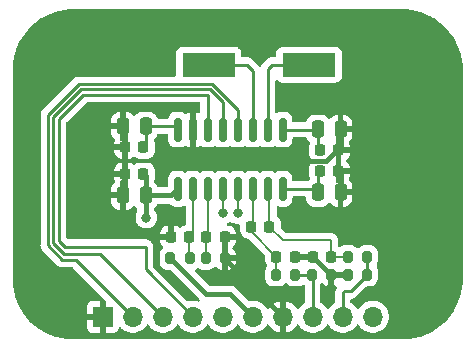
<source format=gbr>
%TF.GenerationSoftware,KiCad,Pcbnew,7.0.7*%
%TF.CreationDate,2025-01-01T11:59:36+10:30*%
%TF.ProjectId,V9261F_Breakout,56393236-3146-45f4-9272-65616b6f7574,rev?*%
%TF.SameCoordinates,Original*%
%TF.FileFunction,Copper,L1,Top*%
%TF.FilePolarity,Positive*%
%FSLAX46Y46*%
G04 Gerber Fmt 4.6, Leading zero omitted, Abs format (unit mm)*
G04 Created by KiCad (PCBNEW 7.0.7) date 2025-01-01 11:59:36*
%MOMM*%
%LPD*%
G01*
G04 APERTURE LIST*
G04 Aperture macros list*
%AMRoundRect*
0 Rectangle with rounded corners*
0 $1 Rounding radius*
0 $2 $3 $4 $5 $6 $7 $8 $9 X,Y pos of 4 corners*
0 Add a 4 corners polygon primitive as box body*
4,1,4,$2,$3,$4,$5,$6,$7,$8,$9,$2,$3,0*
0 Add four circle primitives for the rounded corners*
1,1,$1+$1,$2,$3*
1,1,$1+$1,$4,$5*
1,1,$1+$1,$6,$7*
1,1,$1+$1,$8,$9*
0 Add four rect primitives between the rounded corners*
20,1,$1+$1,$2,$3,$4,$5,0*
20,1,$1+$1,$4,$5,$6,$7,0*
20,1,$1+$1,$6,$7,$8,$9,0*
20,1,$1+$1,$8,$9,$2,$3,0*%
G04 Aperture macros list end*
%TA.AperFunction,SMDPad,CuDef*%
%ADD10RoundRect,0.250000X-0.250000X-0.475000X0.250000X-0.475000X0.250000X0.475000X-0.250000X0.475000X0*%
%TD*%
%TA.AperFunction,SMDPad,CuDef*%
%ADD11RoundRect,0.250000X0.250000X0.475000X-0.250000X0.475000X-0.250000X-0.475000X0.250000X-0.475000X0*%
%TD*%
%TA.AperFunction,SMDPad,CuDef*%
%ADD12RoundRect,0.225000X-0.225000X-0.250000X0.225000X-0.250000X0.225000X0.250000X-0.225000X0.250000X0*%
%TD*%
%TA.AperFunction,SMDPad,CuDef*%
%ADD13R,4.500000X2.000000*%
%TD*%
%TA.AperFunction,SMDPad,CuDef*%
%ADD14RoundRect,0.200000X0.200000X0.275000X-0.200000X0.275000X-0.200000X-0.275000X0.200000X-0.275000X0*%
%TD*%
%TA.AperFunction,SMDPad,CuDef*%
%ADD15RoundRect,0.225000X0.225000X0.250000X-0.225000X0.250000X-0.225000X-0.250000X0.225000X-0.250000X0*%
%TD*%
%TA.AperFunction,ComponentPad*%
%ADD16R,1.700000X1.700000*%
%TD*%
%TA.AperFunction,ComponentPad*%
%ADD17O,1.700000X1.700000*%
%TD*%
%TA.AperFunction,SMDPad,CuDef*%
%ADD18RoundRect,0.150000X0.150000X-0.850000X0.150000X0.850000X-0.150000X0.850000X-0.150000X-0.850000X0*%
%TD*%
%TA.AperFunction,SMDPad,CuDef*%
%ADD19RoundRect,0.200000X-0.200000X-0.275000X0.200000X-0.275000X0.200000X0.275000X-0.200000X0.275000X0*%
%TD*%
%TA.AperFunction,ViaPad*%
%ADD20C,0.800000*%
%TD*%
%TA.AperFunction,Conductor*%
%ADD21C,0.250000*%
%TD*%
%TA.AperFunction,Conductor*%
%ADD22C,0.400000*%
%TD*%
%TA.AperFunction,Conductor*%
%ADD23C,0.200000*%
%TD*%
G04 APERTURE END LIST*
D10*
%TO.P,C3,1*%
%TO.N,UN_IN*%
X141417000Y-83566000D03*
%TO.P,C3,2*%
%TO.N,Net-(U1-AVCC)*%
X143317000Y-83566000D03*
%TD*%
D11*
%TO.P,C8,1*%
%TO.N,VIN*%
X143317000Y-89408000D03*
%TO.P,C8,2*%
%TO.N,UN_IN*%
X141417000Y-89408000D03*
%TD*%
D12*
%TO.P,C2,1*%
%TO.N,UN_IN*%
X141592000Y-85344000D03*
%TO.P,C2,2*%
%TO.N,Net-(U1-AVCC)*%
X143142000Y-85344000D03*
%TD*%
%TO.P,C10,1*%
%TO.N,IAN*%
X154406000Y-94615000D03*
%TO.P,C10,2*%
%TO.N,UN_IN*%
X155956000Y-94615000D03*
%TD*%
D13*
%TO.P,Y1,1,1*%
%TO.N,Net-(U1-CTI)*%
X157158000Y-78359000D03*
%TO.P,Y1,2,2*%
%TO.N,Net-(U1-CTO)*%
X148658000Y-78359000D03*
%TD*%
D14*
%TO.P,R6,1*%
%TO.N,UN_IN*%
X150050000Y-94742000D03*
%TO.P,R6,2*%
%TO.N,UN*%
X148400000Y-94742000D03*
%TD*%
D15*
%TO.P,C5,1*%
%TO.N,UN_IN*%
X159652000Y-87376000D03*
%TO.P,C5,2*%
%TO.N,Net-(U1-REF)*%
X158102000Y-87376000D03*
%TD*%
D10*
%TO.P,C4,1*%
%TO.N,Net-(U1-DVCC)*%
X157927000Y-83820000D03*
%TO.P,C4,2*%
%TO.N,UN_IN*%
X159827000Y-83820000D03*
%TD*%
D14*
%TO.P,R3,1*%
%TO.N,IAN_IN*%
X156006000Y-96139000D03*
%TO.P,R3,2*%
%TO.N,IAN*%
X154356000Y-96139000D03*
%TD*%
D15*
%TO.P,C12,1*%
%TO.N,UP*%
X147029000Y-92964000D03*
%TO.P,C12,2*%
%TO.N,UN_IN*%
X145479000Y-92964000D03*
%TD*%
D12*
%TO.P,C11,1*%
%TO.N,UN_IN*%
X157467000Y-94615000D03*
%TO.P,C11,2*%
%TO.N,IAP*%
X159017000Y-94615000D03*
%TD*%
D16*
%TO.P,J1,1,Pin_1*%
%TO.N,UN_IN*%
X139700000Y-99695000D03*
D17*
%TO.P,J1,2,Pin_2*%
%TO.N,RX*%
X142240000Y-99695000D03*
%TO.P,J1,3,Pin_3*%
%TO.N,TX*%
X144780000Y-99695000D03*
%TO.P,J1,4,Pin_4*%
%TO.N,CF*%
X147320000Y-99695000D03*
%TO.P,J1,5,Pin_5*%
%TO.N,unconnected-(J1-Pin_5-Pad5)*%
X149860000Y-99695000D03*
%TO.P,J1,6,Pin_6*%
%TO.N,UP_IN*%
X152400000Y-99695000D03*
%TO.P,J1,7,Pin_7*%
%TO.N,UN_IN*%
X154940000Y-99695000D03*
%TO.P,J1,8,Pin_8*%
%TO.N,IAN_IN*%
X157480000Y-99695000D03*
%TO.P,J1,9,Pin_9*%
%TO.N,IAP_IN*%
X160020000Y-99695000D03*
%TO.P,J1,10,Pin_10*%
%TO.N,VIN*%
X162560000Y-99695000D03*
%TD*%
D18*
%TO.P,U1,1,VDD*%
%TO.N,VIN*%
X146050000Y-88860000D03*
%TO.P,U1,2,UP*%
%TO.N,UP*%
X147320000Y-88860000D03*
%TO.P,U1,3,UN*%
%TO.N,UN*%
X148590000Y-88860000D03*
%TO.P,U1,4,IBN*%
%TO.N,IBN*%
X149860000Y-88860000D03*
%TO.P,U1,5,IBP*%
%TO.N,IBP*%
X151130000Y-88860000D03*
%TO.P,U1,6,IAN*%
%TO.N,IAN*%
X152400000Y-88860000D03*
%TO.P,U1,7,IAP*%
%TO.N,IAP*%
X153670000Y-88860000D03*
%TO.P,U1,8,REF*%
%TO.N,Net-(U1-REF)*%
X154940000Y-88860000D03*
%TO.P,U1,9,DVCC*%
%TO.N,Net-(U1-DVCC)*%
X154940000Y-83860000D03*
%TO.P,U1,10,CTI*%
%TO.N,Net-(U1-CTI)*%
X153670000Y-83860000D03*
%TO.P,U1,11,CTO*%
%TO.N,Net-(U1-CTO)*%
X152400000Y-83860000D03*
%TO.P,U1,12,RX*%
%TO.N,RX*%
X151130000Y-83860000D03*
%TO.P,U1,13,TX*%
%TO.N,TX*%
X149860000Y-83860000D03*
%TO.P,U1,14,CF*%
%TO.N,CF*%
X148590000Y-83860000D03*
%TO.P,U1,15,VSS*%
%TO.N,UN_IN*%
X147320000Y-83860000D03*
%TO.P,U1,16,AVCC*%
%TO.N,Net-(U1-AVCC)*%
X146050000Y-83860000D03*
%TD*%
D19*
%TO.P,R1,1*%
%TO.N,IAN_IN*%
X157404000Y-96139000D03*
%TO.P,R1,2*%
%TO.N,UN_IN*%
X159054000Y-96139000D03*
%TD*%
%TO.P,R2,1*%
%TO.N,UN_IN*%
X160452000Y-96139000D03*
%TO.P,R2,2*%
%TO.N,IAP_IN*%
X162102000Y-96139000D03*
%TD*%
D15*
%TO.P,C13,1*%
%TO.N,UN_IN*%
X150013000Y-92964000D03*
%TO.P,C13,2*%
%TO.N,UN*%
X148463000Y-92964000D03*
%TD*%
D12*
%TO.P,C1,1*%
%TO.N,Net-(U1-DVCC)*%
X158102000Y-85598000D03*
%TO.P,C1,2*%
%TO.N,UN_IN*%
X159652000Y-85598000D03*
%TD*%
%TO.P,C9,1*%
%TO.N,IAN*%
X152260000Y-92075000D03*
%TO.P,C9,2*%
%TO.N,IAP*%
X153810000Y-92075000D03*
%TD*%
D19*
%TO.P,R5,1*%
%TO.N,UP_IN*%
X145416000Y-94742000D03*
%TO.P,R5,2*%
%TO.N,UP*%
X147066000Y-94742000D03*
%TD*%
D15*
%TO.P,C7,1*%
%TO.N,VIN*%
X143142000Y-87630000D03*
%TO.P,C7,2*%
%TO.N,UN_IN*%
X141592000Y-87630000D03*
%TD*%
D14*
%TO.P,R4,1*%
%TO.N,IAP_IN*%
X162102000Y-94615000D03*
%TO.P,R4,2*%
%TO.N,IAP*%
X160452000Y-94615000D03*
%TD*%
D11*
%TO.P,C6,1*%
%TO.N,UN_IN*%
X159827000Y-89154000D03*
%TO.P,C6,2*%
%TO.N,Net-(U1-REF)*%
X157927000Y-89154000D03*
%TD*%
D20*
%TO.N,UN_IN*%
X169164000Y-90339332D03*
X169164000Y-78486000D03*
X169164000Y-84412666D03*
X169164000Y-96266000D03*
X133096000Y-90593332D03*
X133096000Y-84666666D03*
X133096000Y-96520000D03*
X133096000Y-78740000D03*
X165354000Y-74676000D03*
X158178500Y-74676000D03*
X151003000Y-74676000D03*
X143827500Y-74676000D03*
X136652000Y-74676000D03*
X159004000Y-97282000D03*
X161290000Y-89154000D03*
X161290000Y-83820000D03*
%TO.N,VIN*%
X143383000Y-91313000D03*
%TO.N,IBP*%
X151130000Y-90932000D03*
%TO.N,IBN*%
X149860000Y-90932000D03*
%TD*%
D21*
%TO.N,Net-(U1-DVCC)*%
X154940000Y-83860000D02*
X157887000Y-83860000D01*
X157927000Y-83820000D02*
X157927000Y-85423000D01*
D22*
%TO.N,UN_IN*%
X141592000Y-85344000D02*
X141592000Y-83741000D01*
X147320000Y-81915000D02*
X147320000Y-83860000D01*
X157467000Y-94615000D02*
X157530000Y-94615000D01*
X150050000Y-94805000D02*
X154940000Y-99695000D01*
X159827000Y-89154000D02*
X161290000Y-89154000D01*
X157530000Y-94615000D02*
X159054000Y-96139000D01*
X158585883Y-86473000D02*
X147560000Y-86473000D01*
X159054000Y-97232000D02*
X159004000Y-97282000D01*
X141417000Y-83566000D02*
X141417000Y-82230000D01*
X159652000Y-85598000D02*
X159652000Y-83995000D01*
X150050000Y-94742000D02*
X150050000Y-93001000D01*
X141732000Y-81915000D02*
X147320000Y-81915000D01*
X159827000Y-83820000D02*
X161290000Y-83820000D01*
X159054000Y-96139000D02*
X159054000Y-97232000D01*
X155956000Y-94615000D02*
X157467000Y-94615000D01*
X147560000Y-86473000D02*
X147320000Y-86233000D01*
X159827000Y-85231883D02*
X158585883Y-86473000D01*
X141417000Y-82230000D02*
X141732000Y-81915000D01*
X141592000Y-87630000D02*
X141592000Y-89233000D01*
X159827000Y-89154000D02*
X159827000Y-87551000D01*
X147320000Y-86233000D02*
X147320000Y-83860000D01*
X159054000Y-96139000D02*
X160452000Y-96139000D01*
X141592000Y-87630000D02*
X141592000Y-85344000D01*
X159652000Y-87376000D02*
X159652000Y-85598000D01*
X159827000Y-83820000D02*
X159827000Y-85231883D01*
D21*
%TO.N,Net-(U1-AVCC)*%
X145756000Y-83566000D02*
X146050000Y-83860000D01*
X143317000Y-83566000D02*
X145756000Y-83566000D01*
X143317000Y-83566000D02*
X143317000Y-85169000D01*
%TO.N,Net-(U1-REF)*%
X154940000Y-88860000D02*
X157633000Y-88860000D01*
X157927000Y-89154000D02*
X157927000Y-87551000D01*
D22*
%TO.N,VIN*%
X143317000Y-89408000D02*
X143317000Y-87805000D01*
X143317000Y-89408000D02*
X145502000Y-89408000D01*
X145502000Y-89408000D02*
X146050000Y-88860000D01*
X143317000Y-91247000D02*
X143383000Y-91313000D01*
X143317000Y-89408000D02*
X143317000Y-91247000D01*
D23*
%TO.N,IAN*%
X154406000Y-94615000D02*
X154406000Y-96089000D01*
X152400000Y-88860000D02*
X152400000Y-91935000D01*
X152260000Y-92469000D02*
X154406000Y-94615000D01*
X152260000Y-92075000D02*
X152260000Y-92469000D01*
%TO.N,IAP*%
X153810000Y-92075000D02*
X154953000Y-93218000D01*
X159017000Y-94615000D02*
X160452000Y-94615000D01*
X159017000Y-93231000D02*
X159017000Y-94615000D01*
X159004000Y-93218000D02*
X159017000Y-93231000D01*
X153810000Y-92075000D02*
X153810000Y-89000000D01*
X154953000Y-93218000D02*
X159004000Y-93218000D01*
%TO.N,UP*%
X147029000Y-92964000D02*
X147029000Y-94705000D01*
X147320000Y-92673000D02*
X147029000Y-92964000D01*
X147029000Y-94705000D02*
X147066000Y-94742000D01*
X147320000Y-88860000D02*
X147320000Y-92673000D01*
%TO.N,UN*%
X148463000Y-94679000D02*
X148400000Y-94742000D01*
X148590000Y-88860000D02*
X148590000Y-92837000D01*
X148590000Y-92837000D02*
X148463000Y-92964000D01*
X148463000Y-92964000D02*
X148463000Y-94679000D01*
D21*
%TO.N,TX*%
X139446000Y-94361000D02*
X144780000Y-99695000D01*
X137864207Y-80449499D02*
X137287706Y-81026000D01*
X137287706Y-81026000D02*
X137287000Y-81026000D01*
X149860000Y-81533310D02*
X148776189Y-80449499D01*
X137287000Y-81026000D02*
X135509000Y-82804000D01*
X135509000Y-93472000D02*
X136398000Y-94361000D01*
X149860000Y-83860000D02*
X149860000Y-81533310D01*
X135509000Y-82804000D02*
X135509000Y-93472000D01*
X136398000Y-94361000D02*
X139446000Y-94361000D01*
X148776189Y-80449499D02*
X137864207Y-80449499D01*
%TO.N,RX*%
X151130000Y-83860000D02*
X151130000Y-82167620D01*
X148962378Y-79999998D02*
X137678018Y-79999998D01*
X151130000Y-82167620D02*
X148962378Y-79999998D01*
X135059000Y-82617604D02*
X135059000Y-93658396D01*
X137414000Y-94869000D02*
X142240000Y-99695000D01*
X135059000Y-93658396D02*
X136269604Y-94869000D01*
X137678018Y-79999998D02*
X137424018Y-80253998D01*
X137424018Y-80253998D02*
X137422606Y-80253998D01*
X136269604Y-94869000D02*
X137414000Y-94869000D01*
X137422606Y-80253998D02*
X135059000Y-82617604D01*
%TO.N,CF*%
X148590000Y-83860000D02*
X148590000Y-80899000D01*
X138050396Y-80899000D02*
X135959000Y-82990396D01*
X135959000Y-82990396D02*
X135959000Y-93285604D01*
X136462198Y-93788802D02*
X143320198Y-93788802D01*
X143320198Y-95695198D02*
X147320000Y-99695000D01*
X148590000Y-80899000D02*
X138050396Y-80899000D01*
X143320198Y-93788802D02*
X143320198Y-95695198D01*
X135959000Y-93285604D02*
X136462198Y-93788802D01*
%TO.N,IAN_IN*%
X157404000Y-96139000D02*
X156006000Y-96139000D01*
X157480000Y-96215000D02*
X157480000Y-99695000D01*
%TO.N,IAP_IN*%
X160147000Y-97536000D02*
X160020000Y-97663000D01*
X160020000Y-97663000D02*
X160020000Y-99695000D01*
X162102000Y-96139000D02*
X160705000Y-97536000D01*
X160705000Y-97536000D02*
X160147000Y-97536000D01*
X162102000Y-96139000D02*
X162102000Y-94615000D01*
D22*
%TO.N,UP_IN*%
X148464000Y-97790000D02*
X150495000Y-97790000D01*
X145416000Y-94742000D02*
X148464000Y-97790000D01*
X150495000Y-97790000D02*
X152400000Y-99695000D01*
D23*
%TO.N,IBP*%
X151130000Y-88860000D02*
X151130000Y-90932000D01*
%TO.N,IBN*%
X149860000Y-88860000D02*
X149860000Y-90932000D01*
D21*
%TO.N,Net-(U1-CTI)*%
X153670000Y-78740000D02*
X154051000Y-78359000D01*
X154051000Y-78359000D02*
X157158000Y-78359000D01*
X153670000Y-83860000D02*
X153670000Y-78740000D01*
%TO.N,Net-(U1-CTO)*%
X151892000Y-78359000D02*
X148658000Y-78359000D01*
X152400000Y-83860000D02*
X152400000Y-78867000D01*
X152400000Y-78867000D02*
X151892000Y-78359000D01*
%TD*%
%TA.AperFunction,Conductor*%
%TO.N,UN_IN*%
G36*
X150555974Y-91638912D02*
G01*
X150567877Y-91646561D01*
X150673248Y-91723118D01*
X150847712Y-91800794D01*
X151034513Y-91840500D01*
X151177500Y-91840500D01*
X151244539Y-91860185D01*
X151290294Y-91912989D01*
X151301500Y-91964500D01*
X151301500Y-92373879D01*
X151311764Y-92474336D01*
X151365697Y-92637098D01*
X151365702Y-92637109D01*
X151455712Y-92783036D01*
X151455715Y-92783040D01*
X151576959Y-92904284D01*
X151576963Y-92904287D01*
X151722890Y-92994297D01*
X151722893Y-92994298D01*
X151722899Y-92994302D01*
X151810106Y-93023199D01*
X151885663Y-93048236D01*
X151894949Y-93049184D01*
X151945387Y-93054337D01*
X152010078Y-93080733D01*
X152020465Y-93090014D01*
X153411181Y-94480730D01*
X153444666Y-94542053D01*
X153447500Y-94568411D01*
X153447500Y-94913879D01*
X153457764Y-95014336D01*
X153511697Y-95177098D01*
X153511702Y-95177109D01*
X153588935Y-95302322D01*
X153607376Y-95369714D01*
X153589514Y-95431568D01*
X153505174Y-95571084D01*
X153505173Y-95571086D01*
X153505173Y-95571087D01*
X153487653Y-95627311D01*
X153453986Y-95735354D01*
X153448796Y-95792466D01*
X153448161Y-95799467D01*
X153447500Y-95806737D01*
X153447500Y-96471272D01*
X153453985Y-96542645D01*
X153453988Y-96542655D01*
X153505171Y-96706909D01*
X153505172Y-96706911D01*
X153505173Y-96706913D01*
X153531000Y-96749636D01*
X153594186Y-96854158D01*
X153715841Y-96975813D01*
X153715843Y-96975814D01*
X153715845Y-96975816D01*
X153863087Y-97064827D01*
X154027351Y-97116013D01*
X154098735Y-97122500D01*
X154613264Y-97122499D01*
X154613272Y-97122499D01*
X154684645Y-97116014D01*
X154684648Y-97116013D01*
X154684649Y-97116013D01*
X154848913Y-97064827D01*
X154996155Y-96975816D01*
X155035982Y-96935989D01*
X155093319Y-96878653D01*
X155154642Y-96845168D01*
X155224334Y-96850152D01*
X155268681Y-96878653D01*
X155365841Y-96975813D01*
X155365843Y-96975814D01*
X155365845Y-96975816D01*
X155513087Y-97064827D01*
X155677351Y-97116013D01*
X155748735Y-97122500D01*
X156263264Y-97122499D01*
X156263272Y-97122499D01*
X156334645Y-97116014D01*
X156334648Y-97116013D01*
X156334649Y-97116013D01*
X156498913Y-97064827D01*
X156640851Y-96979022D01*
X156708403Y-96961186D01*
X156769144Y-96979019D01*
X156786649Y-96989601D01*
X156833836Y-97041125D01*
X156846500Y-97095718D01*
X156846500Y-98419269D01*
X156826815Y-98486308D01*
X156781520Y-98528323D01*
X156734422Y-98553811D01*
X156734422Y-98553812D01*
X156556761Y-98692092D01*
X156556756Y-98692097D01*
X156404284Y-98857723D01*
X156404276Y-98857734D01*
X156310251Y-99001650D01*
X156257105Y-99047007D01*
X156187873Y-99056430D01*
X156124538Y-99026928D01*
X156104868Y-99004951D01*
X155978113Y-98823926D01*
X155978108Y-98823920D01*
X155811082Y-98656894D01*
X155617578Y-98521399D01*
X155403492Y-98421570D01*
X155403486Y-98421567D01*
X155190000Y-98364364D01*
X155190000Y-99082698D01*
X155170315Y-99149737D01*
X155117511Y-99195492D01*
X155048355Y-99205436D01*
X154975766Y-99195000D01*
X154975763Y-99195000D01*
X154904237Y-99195000D01*
X154904233Y-99195000D01*
X154831645Y-99205436D01*
X154762487Y-99195492D01*
X154709684Y-99149736D01*
X154690000Y-99082698D01*
X154690000Y-98364364D01*
X154689999Y-98364364D01*
X154476513Y-98421567D01*
X154476507Y-98421570D01*
X154262422Y-98521399D01*
X154262420Y-98521400D01*
X154068926Y-98656886D01*
X154068920Y-98656891D01*
X153901891Y-98823920D01*
X153901890Y-98823922D01*
X153775131Y-99004952D01*
X153720554Y-99048577D01*
X153651055Y-99055769D01*
X153588701Y-99024247D01*
X153569752Y-99001656D01*
X153475722Y-98857732D01*
X153475715Y-98857725D01*
X153475715Y-98857723D01*
X153323243Y-98692097D01*
X153323238Y-98692092D01*
X153145577Y-98553812D01*
X153145572Y-98553808D01*
X152947580Y-98446661D01*
X152947577Y-98446659D01*
X152947574Y-98446658D01*
X152947571Y-98446657D01*
X152947569Y-98446656D01*
X152734637Y-98373556D01*
X152512569Y-98336500D01*
X152287431Y-98336500D01*
X152141312Y-98360881D01*
X152071947Y-98352498D01*
X152033223Y-98326253D01*
X151667724Y-97960754D01*
X151012434Y-97305464D01*
X151009900Y-97302772D01*
X150968273Y-97255785D01*
X150968272Y-97255784D01*
X150968271Y-97255783D01*
X150916628Y-97220136D01*
X150913611Y-97217916D01*
X150864227Y-97179225D01*
X150858235Y-97176528D01*
X150854760Y-97174964D01*
X150835216Y-97163941D01*
X150830210Y-97160486D01*
X150826677Y-97158047D01*
X150826672Y-97158044D01*
X150768015Y-97135798D01*
X150764555Y-97134365D01*
X150707331Y-97108611D01*
X150707332Y-97108611D01*
X150697110Y-97106738D01*
X150675510Y-97100716D01*
X150665801Y-97097035D01*
X150665797Y-97097034D01*
X150665796Y-97097034D01*
X150603511Y-97089470D01*
X150599810Y-97088907D01*
X150538096Y-97077598D01*
X150538090Y-97077598D01*
X150475455Y-97081387D01*
X150471710Y-97081500D01*
X148808832Y-97081500D01*
X148741793Y-97061815D01*
X148721151Y-97045181D01*
X147536760Y-95860790D01*
X147503275Y-95799467D01*
X147508259Y-95729775D01*
X147550131Y-95673842D01*
X147560272Y-95667005D01*
X147668851Y-95601366D01*
X147736406Y-95583531D01*
X147797147Y-95601366D01*
X147907087Y-95667827D01*
X148071351Y-95719013D01*
X148142735Y-95725500D01*
X148657264Y-95725499D01*
X148657272Y-95725499D01*
X148728645Y-95719014D01*
X148728648Y-95719013D01*
X148728649Y-95719013D01*
X148892913Y-95667827D01*
X149040155Y-95578816D01*
X149143330Y-95475640D01*
X149204651Y-95442156D01*
X149274342Y-95447140D01*
X149318691Y-95475641D01*
X149415122Y-95572072D01*
X149560604Y-95660019D01*
X149560603Y-95660019D01*
X149722894Y-95710590D01*
X149722893Y-95710590D01*
X149793408Y-95716998D01*
X149793426Y-95716999D01*
X149799999Y-95716998D01*
X149799999Y-94992000D01*
X150300000Y-94992000D01*
X150300000Y-95716999D01*
X150306581Y-95716999D01*
X150377102Y-95710591D01*
X150377107Y-95710590D01*
X150539396Y-95660018D01*
X150684877Y-95572072D01*
X150805072Y-95451877D01*
X150893019Y-95306395D01*
X150943590Y-95144106D01*
X150949999Y-95073572D01*
X150950000Y-94992000D01*
X150300000Y-94992000D01*
X149799999Y-94992000D01*
X149800000Y-93979000D01*
X149799319Y-93978319D01*
X149765834Y-93916996D01*
X149763000Y-93890638D01*
X149763000Y-93214000D01*
X150263000Y-93214000D01*
X150263000Y-93726999D01*
X150263680Y-93727679D01*
X150297166Y-93789001D01*
X150300000Y-93815361D01*
X150300000Y-94492000D01*
X150949999Y-94492000D01*
X150949999Y-94410417D01*
X150943591Y-94339897D01*
X150943590Y-94339892D01*
X150893018Y-94177603D01*
X150805072Y-94032122D01*
X150712808Y-93939858D01*
X150679323Y-93878535D01*
X150684307Y-93808843D01*
X150712808Y-93764495D01*
X150810576Y-93666727D01*
X150899542Y-93522492D01*
X150899547Y-93522481D01*
X150952855Y-93361606D01*
X150962999Y-93262322D01*
X150963000Y-93262309D01*
X150963000Y-93214000D01*
X150263000Y-93214000D01*
X149763000Y-93214000D01*
X149763000Y-92838000D01*
X149782685Y-92770961D01*
X149835489Y-92725206D01*
X149887000Y-92714000D01*
X150962999Y-92714000D01*
X150962999Y-92665692D01*
X150962998Y-92665677D01*
X150952855Y-92566392D01*
X150899547Y-92405518D01*
X150899542Y-92405507D01*
X150810575Y-92261271D01*
X150810572Y-92261267D01*
X150690732Y-92141427D01*
X150690728Y-92141424D01*
X150546492Y-92052457D01*
X150546481Y-92052452D01*
X150385607Y-91999144D01*
X150288416Y-91989214D01*
X150223725Y-91962817D01*
X150183574Y-91905636D01*
X150180711Y-91835825D01*
X150216046Y-91775549D01*
X150250582Y-91752578D01*
X150316752Y-91723118D01*
X150422115Y-91646566D01*
X150487920Y-91623087D01*
X150555974Y-91638912D01*
G37*
%TD.AperFunction*%
%TA.AperFunction,Conductor*%
G36*
X160645039Y-95908685D02*
G01*
X160690794Y-95961489D01*
X160702000Y-96013000D01*
X160702000Y-96265000D01*
X160682315Y-96332039D01*
X160629511Y-96377794D01*
X160578000Y-96389000D01*
X159304000Y-96389000D01*
X159304000Y-97113999D01*
X159310581Y-97113999D01*
X159381841Y-97107524D01*
X159450387Y-97121061D01*
X159500732Y-97169508D01*
X159516893Y-97237483D01*
X159501722Y-97290756D01*
X159493580Y-97305565D01*
X159482903Y-97321820D01*
X159470386Y-97337957D01*
X159470385Y-97337959D01*
X159451625Y-97381310D01*
X159449055Y-97386556D01*
X159426303Y-97427941D01*
X159426303Y-97427942D01*
X159421225Y-97447720D01*
X159414925Y-97466122D01*
X159406818Y-97484857D01*
X159399431Y-97531495D01*
X159398246Y-97537216D01*
X159386500Y-97582965D01*
X159386500Y-97603384D01*
X159384973Y-97622783D01*
X159381780Y-97642941D01*
X159381780Y-97642942D01*
X159386225Y-97689966D01*
X159386500Y-97695804D01*
X159386500Y-98419269D01*
X159366815Y-98486308D01*
X159321520Y-98528323D01*
X159274422Y-98553811D01*
X159274422Y-98553812D01*
X159096761Y-98692092D01*
X159096756Y-98692097D01*
X158944284Y-98857723D01*
X158944276Y-98857734D01*
X158853808Y-98996206D01*
X158800662Y-99041562D01*
X158731431Y-99050986D01*
X158668095Y-99021484D01*
X158646192Y-98996206D01*
X158555723Y-98857734D01*
X158555715Y-98857723D01*
X158403243Y-98692097D01*
X158403238Y-98692092D01*
X158225577Y-98553812D01*
X158225577Y-98553811D01*
X158178480Y-98528323D01*
X158128891Y-98479102D01*
X158113500Y-98419269D01*
X158113500Y-96962812D01*
X158133185Y-96895773D01*
X158185989Y-96850018D01*
X158255147Y-96840074D01*
X158318703Y-96869099D01*
X158325181Y-96875131D01*
X158419122Y-96969072D01*
X158564604Y-97057019D01*
X158564603Y-97057019D01*
X158726894Y-97107590D01*
X158726893Y-97107590D01*
X158797408Y-97113998D01*
X158797426Y-97113999D01*
X158803999Y-97113998D01*
X158804000Y-97113998D01*
X158804000Y-96013000D01*
X158823685Y-95945961D01*
X158876489Y-95900206D01*
X158928000Y-95889000D01*
X160578000Y-95889000D01*
X160645039Y-95908685D01*
G37*
%TD.AperFunction*%
%TA.AperFunction,Conductor*%
G36*
X147899539Y-81552185D02*
G01*
X147945294Y-81604989D01*
X147956500Y-81656500D01*
X147956500Y-82325157D01*
X147936815Y-82392196D01*
X147884011Y-82437951D01*
X147814853Y-82447895D01*
X147769380Y-82431890D01*
X147730194Y-82408716D01*
X147572494Y-82362900D01*
X147572497Y-82362900D01*
X147570000Y-82362703D01*
X147570000Y-85357295D01*
X147570001Y-85357295D01*
X147572486Y-85357100D01*
X147730198Y-85311281D01*
X147871553Y-85227684D01*
X147872382Y-85227042D01*
X147873150Y-85226740D01*
X147878271Y-85223712D01*
X147878759Y-85224537D01*
X147937416Y-85201501D01*
X148005934Y-85215174D01*
X148026526Y-85230314D01*
X148027027Y-85229670D01*
X148033191Y-85234451D01*
X148033193Y-85234453D01*
X148176399Y-85319145D01*
X148218530Y-85331385D01*
X148336164Y-85365561D01*
X148336167Y-85365561D01*
X148336169Y-85365562D01*
X148345501Y-85366296D01*
X148373495Y-85368500D01*
X148373498Y-85368500D01*
X148806505Y-85368500D01*
X148828899Y-85366737D01*
X148843831Y-85365562D01*
X148843833Y-85365561D01*
X148843835Y-85365561D01*
X148904280Y-85348000D01*
X149003601Y-85319145D01*
X149146807Y-85234453D01*
X149146812Y-85234448D01*
X149148995Y-85232755D01*
X149151029Y-85231956D01*
X149153522Y-85230482D01*
X149153759Y-85230883D01*
X149214030Y-85207217D01*
X149282548Y-85220894D01*
X149301005Y-85232755D01*
X149303197Y-85234456D01*
X149390298Y-85285967D01*
X149446399Y-85319145D01*
X149488530Y-85331385D01*
X149606164Y-85365561D01*
X149606167Y-85365561D01*
X149606169Y-85365562D01*
X149615501Y-85366296D01*
X149643495Y-85368500D01*
X149643498Y-85368500D01*
X150076505Y-85368500D01*
X150098899Y-85366737D01*
X150113831Y-85365562D01*
X150113833Y-85365561D01*
X150113835Y-85365561D01*
X150174280Y-85348000D01*
X150273601Y-85319145D01*
X150416807Y-85234453D01*
X150416812Y-85234448D01*
X150418995Y-85232755D01*
X150421029Y-85231956D01*
X150423522Y-85230482D01*
X150423759Y-85230883D01*
X150484030Y-85207217D01*
X150552548Y-85220894D01*
X150571005Y-85232755D01*
X150573197Y-85234456D01*
X150660298Y-85285967D01*
X150716399Y-85319145D01*
X150758530Y-85331385D01*
X150876164Y-85365561D01*
X150876167Y-85365561D01*
X150876169Y-85365562D01*
X150885501Y-85366296D01*
X150913495Y-85368500D01*
X150913498Y-85368500D01*
X151346505Y-85368500D01*
X151368899Y-85366737D01*
X151383831Y-85365562D01*
X151383833Y-85365561D01*
X151383835Y-85365561D01*
X151444280Y-85348000D01*
X151543601Y-85319145D01*
X151686807Y-85234453D01*
X151686812Y-85234448D01*
X151688995Y-85232755D01*
X151691029Y-85231956D01*
X151693522Y-85230482D01*
X151693759Y-85230883D01*
X151754030Y-85207217D01*
X151822548Y-85220894D01*
X151841005Y-85232755D01*
X151843197Y-85234456D01*
X151930298Y-85285967D01*
X151986399Y-85319145D01*
X152028530Y-85331385D01*
X152146164Y-85365561D01*
X152146167Y-85365561D01*
X152146169Y-85365562D01*
X152155501Y-85366296D01*
X152183495Y-85368500D01*
X152183498Y-85368500D01*
X152616505Y-85368500D01*
X152638899Y-85366737D01*
X152653831Y-85365562D01*
X152653833Y-85365561D01*
X152653835Y-85365561D01*
X152714280Y-85348000D01*
X152813601Y-85319145D01*
X152956807Y-85234453D01*
X152956812Y-85234448D01*
X152958995Y-85232755D01*
X152961029Y-85231956D01*
X152963522Y-85230482D01*
X152963759Y-85230883D01*
X153024030Y-85207217D01*
X153092548Y-85220894D01*
X153111005Y-85232755D01*
X153113197Y-85234456D01*
X153200298Y-85285967D01*
X153256399Y-85319145D01*
X153298530Y-85331385D01*
X153416164Y-85365561D01*
X153416167Y-85365561D01*
X153416169Y-85365562D01*
X153425501Y-85366296D01*
X153453495Y-85368500D01*
X153453498Y-85368500D01*
X153886505Y-85368500D01*
X153908899Y-85366737D01*
X153923831Y-85365562D01*
X153923833Y-85365561D01*
X153923835Y-85365561D01*
X153984280Y-85348000D01*
X154083601Y-85319145D01*
X154226807Y-85234453D01*
X154226812Y-85234448D01*
X154228995Y-85232755D01*
X154231029Y-85231956D01*
X154233522Y-85230482D01*
X154233759Y-85230883D01*
X154294030Y-85207217D01*
X154362548Y-85220894D01*
X154381005Y-85232755D01*
X154383197Y-85234456D01*
X154470298Y-85285967D01*
X154526399Y-85319145D01*
X154568530Y-85331385D01*
X154686164Y-85365561D01*
X154686167Y-85365561D01*
X154686169Y-85365562D01*
X154695501Y-85366296D01*
X154723495Y-85368500D01*
X154723498Y-85368500D01*
X155156505Y-85368500D01*
X155178899Y-85366737D01*
X155193831Y-85365562D01*
X155193833Y-85365561D01*
X155193835Y-85365561D01*
X155254280Y-85348000D01*
X155353601Y-85319145D01*
X155496807Y-85234453D01*
X155614453Y-85116807D01*
X155699145Y-84973601D01*
X155745562Y-84813831D01*
X155746737Y-84798899D01*
X155748500Y-84776505D01*
X155748500Y-84617500D01*
X155768185Y-84550461D01*
X155820989Y-84504706D01*
X155872500Y-84493500D01*
X156854176Y-84493500D01*
X156921215Y-84513185D01*
X156966970Y-84565989D01*
X156971879Y-84578489D01*
X156983686Y-84614119D01*
X156984884Y-84617735D01*
X156984886Y-84617740D01*
X156996124Y-84635960D01*
X157075514Y-84764671D01*
X157077971Y-84768653D01*
X157190831Y-84881513D01*
X157224316Y-84942836D01*
X157219332Y-85012528D01*
X157208697Y-85034278D01*
X157207698Y-85035897D01*
X157207696Y-85035902D01*
X157153764Y-85198660D01*
X157153764Y-85198661D01*
X157143500Y-85299120D01*
X157143500Y-85896879D01*
X157153764Y-85997336D01*
X157207697Y-86160098D01*
X157207702Y-86160109D01*
X157297711Y-86306035D01*
X157297713Y-86306037D01*
X157297715Y-86306040D01*
X157390996Y-86399321D01*
X157424479Y-86460640D01*
X157419495Y-86530332D01*
X157390995Y-86574680D01*
X157297712Y-86667963D01*
X157207702Y-86813890D01*
X157207697Y-86813901D01*
X157153764Y-86976663D01*
X157143500Y-87077120D01*
X157143500Y-87674879D01*
X157153764Y-87775338D01*
X157153764Y-87775339D01*
X157207696Y-87938097D01*
X157207696Y-87938099D01*
X157208689Y-87939708D01*
X157209032Y-87940963D01*
X157210748Y-87944642D01*
X157210119Y-87944935D01*
X157227129Y-88007101D01*
X157206206Y-88073764D01*
X157190832Y-88092485D01*
X157093137Y-88190181D01*
X157031814Y-88223666D01*
X157005455Y-88226500D01*
X155872500Y-88226500D01*
X155805461Y-88206815D01*
X155759706Y-88154011D01*
X155748500Y-88102500D01*
X155748500Y-87943495D01*
X155745562Y-87906170D01*
X155745561Y-87906164D01*
X155699146Y-87746403D01*
X155699145Y-87746399D01*
X155614453Y-87603193D01*
X155614451Y-87603191D01*
X155614448Y-87603187D01*
X155496812Y-87485551D01*
X155496803Y-87485544D01*
X155353601Y-87400855D01*
X155353596Y-87400853D01*
X155193835Y-87354438D01*
X155193829Y-87354437D01*
X155156505Y-87351500D01*
X155156502Y-87351500D01*
X154723498Y-87351500D01*
X154723495Y-87351500D01*
X154686170Y-87354437D01*
X154686164Y-87354438D01*
X154526403Y-87400853D01*
X154526398Y-87400855D01*
X154383191Y-87485547D01*
X154380998Y-87487249D01*
X154378965Y-87488047D01*
X154376478Y-87489518D01*
X154376240Y-87489116D01*
X154315961Y-87512783D01*
X154247444Y-87499101D01*
X154229002Y-87487249D01*
X154226808Y-87485547D01*
X154083601Y-87400855D01*
X154083596Y-87400853D01*
X153923835Y-87354438D01*
X153923829Y-87354437D01*
X153886505Y-87351500D01*
X153886502Y-87351500D01*
X153453498Y-87351500D01*
X153453495Y-87351500D01*
X153416170Y-87354437D01*
X153416164Y-87354438D01*
X153256403Y-87400853D01*
X153256398Y-87400855D01*
X153113191Y-87485547D01*
X153110998Y-87487249D01*
X153108965Y-87488047D01*
X153106478Y-87489518D01*
X153106240Y-87489116D01*
X153045961Y-87512783D01*
X152977444Y-87499101D01*
X152959002Y-87487249D01*
X152956808Y-87485547D01*
X152813601Y-87400855D01*
X152813596Y-87400853D01*
X152653835Y-87354438D01*
X152653829Y-87354437D01*
X152616505Y-87351500D01*
X152616502Y-87351500D01*
X152183498Y-87351500D01*
X152183495Y-87351500D01*
X152146170Y-87354437D01*
X152146164Y-87354438D01*
X151986403Y-87400853D01*
X151986398Y-87400855D01*
X151843191Y-87485547D01*
X151840998Y-87487249D01*
X151838965Y-87488047D01*
X151836478Y-87489518D01*
X151836240Y-87489116D01*
X151775961Y-87512783D01*
X151707444Y-87499101D01*
X151689002Y-87487249D01*
X151686808Y-87485547D01*
X151543601Y-87400855D01*
X151543596Y-87400853D01*
X151383835Y-87354438D01*
X151383829Y-87354437D01*
X151346505Y-87351500D01*
X151346502Y-87351500D01*
X150913498Y-87351500D01*
X150913495Y-87351500D01*
X150876170Y-87354437D01*
X150876164Y-87354438D01*
X150716403Y-87400853D01*
X150716398Y-87400855D01*
X150573191Y-87485547D01*
X150570998Y-87487249D01*
X150568965Y-87488047D01*
X150566478Y-87489518D01*
X150566240Y-87489116D01*
X150505961Y-87512783D01*
X150437444Y-87499101D01*
X150419002Y-87487249D01*
X150416808Y-87485547D01*
X150273601Y-87400855D01*
X150273596Y-87400853D01*
X150113835Y-87354438D01*
X150113829Y-87354437D01*
X150076505Y-87351500D01*
X150076502Y-87351500D01*
X149643498Y-87351500D01*
X149643495Y-87351500D01*
X149606170Y-87354437D01*
X149606164Y-87354438D01*
X149446403Y-87400853D01*
X149446398Y-87400855D01*
X149303191Y-87485547D01*
X149300998Y-87487249D01*
X149298965Y-87488047D01*
X149296478Y-87489518D01*
X149296240Y-87489116D01*
X149235961Y-87512783D01*
X149167444Y-87499101D01*
X149149002Y-87487249D01*
X149146808Y-87485547D01*
X149003601Y-87400855D01*
X149003596Y-87400853D01*
X148843835Y-87354438D01*
X148843829Y-87354437D01*
X148806505Y-87351500D01*
X148806502Y-87351500D01*
X148373498Y-87351500D01*
X148373495Y-87351500D01*
X148336170Y-87354437D01*
X148336164Y-87354438D01*
X148176403Y-87400853D01*
X148176398Y-87400855D01*
X148033191Y-87485547D01*
X148030998Y-87487249D01*
X148028965Y-87488047D01*
X148026478Y-87489518D01*
X148026240Y-87489116D01*
X147965961Y-87512783D01*
X147897444Y-87499101D01*
X147879002Y-87487249D01*
X147876808Y-87485547D01*
X147733601Y-87400855D01*
X147733596Y-87400853D01*
X147573835Y-87354438D01*
X147573829Y-87354437D01*
X147536505Y-87351500D01*
X147536502Y-87351500D01*
X147103498Y-87351500D01*
X147103495Y-87351500D01*
X147066170Y-87354437D01*
X147066164Y-87354438D01*
X146906403Y-87400853D01*
X146906398Y-87400855D01*
X146763191Y-87485547D01*
X146760998Y-87487249D01*
X146758965Y-87488047D01*
X146756478Y-87489518D01*
X146756240Y-87489116D01*
X146695961Y-87512783D01*
X146627444Y-87499101D01*
X146609002Y-87487249D01*
X146606808Y-87485547D01*
X146463601Y-87400855D01*
X146463596Y-87400853D01*
X146303835Y-87354438D01*
X146303829Y-87354437D01*
X146266505Y-87351500D01*
X146266502Y-87351500D01*
X145833498Y-87351500D01*
X145833495Y-87351500D01*
X145796170Y-87354437D01*
X145796164Y-87354438D01*
X145636403Y-87400853D01*
X145636398Y-87400855D01*
X145493196Y-87485544D01*
X145493187Y-87485551D01*
X145375551Y-87603187D01*
X145375544Y-87603196D01*
X145290855Y-87746398D01*
X145290853Y-87746403D01*
X145244438Y-87906164D01*
X145244437Y-87906170D01*
X145241500Y-87943495D01*
X145241500Y-88575500D01*
X145221815Y-88642539D01*
X145169011Y-88688294D01*
X145117500Y-88699500D01*
X144378226Y-88699500D01*
X144311187Y-88679815D01*
X144265432Y-88627011D01*
X144260525Y-88614517D01*
X144259115Y-88610262D01*
X144166030Y-88459348D01*
X144061818Y-88355136D01*
X144028334Y-88293813D01*
X144025500Y-88267455D01*
X144025500Y-88242755D01*
X144035129Y-88199320D01*
X144034030Y-88198956D01*
X144036300Y-88192102D01*
X144036302Y-88192101D01*
X144090236Y-88029336D01*
X144100500Y-87928872D01*
X144100500Y-87331128D01*
X144090236Y-87230664D01*
X144036302Y-87067899D01*
X144036298Y-87067893D01*
X144036297Y-87067890D01*
X143946287Y-86921963D01*
X143946284Y-86921959D01*
X143825040Y-86800715D01*
X143825036Y-86800712D01*
X143679109Y-86710702D01*
X143679103Y-86710699D01*
X143679101Y-86710698D01*
X143516336Y-86656764D01*
X143415879Y-86646500D01*
X143415872Y-86646500D01*
X142868128Y-86646500D01*
X142868120Y-86646500D01*
X142767663Y-86656764D01*
X142604901Y-86710697D01*
X142604890Y-86710702D01*
X142458963Y-86800712D01*
X142458959Y-86800715D01*
X142448671Y-86811004D01*
X142387348Y-86844489D01*
X142317656Y-86839505D01*
X142273309Y-86811004D01*
X142269732Y-86807427D01*
X142269728Y-86807424D01*
X142125492Y-86718457D01*
X142125481Y-86718452D01*
X141964606Y-86665144D01*
X141865322Y-86655000D01*
X141842000Y-86655000D01*
X141842000Y-88521000D01*
X141822315Y-88588039D01*
X141769511Y-88633794D01*
X141718000Y-88645000D01*
X141667000Y-88645000D01*
X141667000Y-90632999D01*
X141716972Y-90632999D01*
X141716986Y-90632998D01*
X141819697Y-90622505D01*
X141986119Y-90567358D01*
X141986124Y-90567356D01*
X142135345Y-90475315D01*
X142259316Y-90351344D01*
X142263798Y-90345677D01*
X142265991Y-90347411D01*
X142308357Y-90309265D01*
X142377314Y-90298008D01*
X142441410Y-90325818D01*
X142463334Y-90351106D01*
X142463489Y-90350985D01*
X142466183Y-90354392D01*
X142467545Y-90355963D01*
X142467969Y-90356651D01*
X142572181Y-90460863D01*
X142605666Y-90522186D01*
X142608500Y-90548544D01*
X142608500Y-90804248D01*
X142591888Y-90866247D01*
X142548472Y-90941446D01*
X142548470Y-90941450D01*
X142489459Y-91123068D01*
X142489458Y-91123072D01*
X142469496Y-91313000D01*
X142489458Y-91502928D01*
X142489459Y-91502931D01*
X142548470Y-91684549D01*
X142548473Y-91684556D01*
X142643960Y-91849944D01*
X142696469Y-91908261D01*
X142769165Y-91988999D01*
X142771747Y-91991866D01*
X142926248Y-92104118D01*
X143100712Y-92181794D01*
X143287513Y-92221500D01*
X143478487Y-92221500D01*
X143665288Y-92181794D01*
X143839752Y-92104118D01*
X143994253Y-91991866D01*
X144122040Y-91849944D01*
X144217527Y-91684556D01*
X144276542Y-91502928D01*
X144296504Y-91313000D01*
X144276542Y-91123072D01*
X144217527Y-90941444D01*
X144122040Y-90776056D01*
X144057350Y-90704210D01*
X144027120Y-90641218D01*
X144025500Y-90621238D01*
X144025500Y-90548543D01*
X144045185Y-90481504D01*
X144061810Y-90460871D01*
X144166030Y-90356652D01*
X144259115Y-90205738D01*
X144260520Y-90201495D01*
X144300291Y-90144052D01*
X144364807Y-90117228D01*
X144378226Y-90116500D01*
X145323878Y-90116500D01*
X145390917Y-90136185D01*
X145411554Y-90152814D01*
X145493193Y-90234453D01*
X145636399Y-90319145D01*
X145643173Y-90321113D01*
X145796164Y-90365561D01*
X145796167Y-90365561D01*
X145796169Y-90365562D01*
X145805501Y-90366296D01*
X145833495Y-90368500D01*
X145833498Y-90368500D01*
X146266505Y-90368500D01*
X146288899Y-90366737D01*
X146303831Y-90365562D01*
X146303833Y-90365561D01*
X146303835Y-90365561D01*
X146372276Y-90345677D01*
X146463601Y-90319145D01*
X146524379Y-90283200D01*
X146592102Y-90266017D01*
X146658365Y-90288176D01*
X146702128Y-90342642D01*
X146711500Y-90389932D01*
X146711500Y-91882388D01*
X146691815Y-91949427D01*
X146639011Y-91995182D01*
X146626504Y-92000094D01*
X146491901Y-92044697D01*
X146491890Y-92044702D01*
X146345963Y-92134712D01*
X146345961Y-92134714D01*
X146335665Y-92145009D01*
X146274339Y-92178490D01*
X146204648Y-92173501D01*
X146160308Y-92145003D01*
X146156732Y-92141427D01*
X146156728Y-92141424D01*
X146012492Y-92052457D01*
X146012481Y-92052452D01*
X145851606Y-91999144D01*
X145752322Y-91989000D01*
X145729000Y-91989000D01*
X145729000Y-93090000D01*
X145709315Y-93157039D01*
X145656511Y-93202794D01*
X145605000Y-93214000D01*
X144529001Y-93214000D01*
X144529001Y-93262322D01*
X144539144Y-93361607D01*
X144592452Y-93522481D01*
X144592457Y-93522492D01*
X144681424Y-93666728D01*
X144681427Y-93666732D01*
X144760180Y-93745485D01*
X144793665Y-93806808D01*
X144788681Y-93876500D01*
X144760181Y-93920847D01*
X144654185Y-94026843D01*
X144565173Y-94174086D01*
X144513986Y-94338354D01*
X144507500Y-94409737D01*
X144507500Y-95074272D01*
X144513985Y-95145645D01*
X144513988Y-95145655D01*
X144565171Y-95309909D01*
X144565172Y-95309911D01*
X144565173Y-95309913D01*
X144654184Y-95457155D01*
X144654186Y-95457158D01*
X144775841Y-95578813D01*
X144775843Y-95578814D01*
X144775845Y-95578816D01*
X144923087Y-95667827D01*
X145087351Y-95719013D01*
X145158735Y-95725500D01*
X145346166Y-95725499D01*
X145413206Y-95745183D01*
X145433848Y-95761818D01*
X147870967Y-98198937D01*
X147904452Y-98260260D01*
X147899468Y-98329952D01*
X147857596Y-98385885D01*
X147792132Y-98410302D01*
X147743023Y-98403899D01*
X147654637Y-98373556D01*
X147432569Y-98336500D01*
X147207431Y-98336500D01*
X146985359Y-98373556D01*
X146981120Y-98374630D01*
X146911299Y-98371999D01*
X146863008Y-98342103D01*
X143990017Y-95469112D01*
X143956532Y-95407789D01*
X143953698Y-95381431D01*
X143953698Y-93860407D01*
X143955894Y-93837176D01*
X143957473Y-93828896D01*
X143953819Y-93770820D01*
X143953698Y-93766948D01*
X143953698Y-93748946D01*
X143953697Y-93748939D01*
X143951438Y-93731058D01*
X143951077Y-93727243D01*
X143947423Y-93669152D01*
X143944819Y-93661141D01*
X143939726Y-93638353D01*
X143939680Y-93637985D01*
X143938672Y-93630005D01*
X143917251Y-93575904D01*
X143915946Y-93572277D01*
X143897962Y-93516927D01*
X143893448Y-93509814D01*
X143882850Y-93489015D01*
X143882731Y-93488715D01*
X143879750Y-93481185D01*
X143845569Y-93434139D01*
X143843380Y-93430919D01*
X143812201Y-93381789D01*
X143812198Y-93381784D01*
X143812195Y-93381781D01*
X143806050Y-93376010D01*
X143790619Y-93358507D01*
X143785670Y-93351695D01*
X143740852Y-93314618D01*
X143737929Y-93312041D01*
X143695522Y-93272218D01*
X143695517Y-93272214D01*
X143688131Y-93268154D01*
X143668831Y-93255037D01*
X143662341Y-93249668D01*
X143662342Y-93249668D01*
X143609706Y-93224900D01*
X143606235Y-93223131D01*
X143555261Y-93195108D01*
X143555258Y-93195107D01*
X143547090Y-93193009D01*
X143525142Y-93185107D01*
X143517518Y-93181519D01*
X143517510Y-93181517D01*
X143460389Y-93170621D01*
X143456589Y-93169771D01*
X143400232Y-93155302D01*
X143400228Y-93155302D01*
X143391803Y-93155302D01*
X143368572Y-93153106D01*
X143360294Y-93151527D01*
X143360290Y-93151527D01*
X143351240Y-93152096D01*
X143302217Y-93155180D01*
X143298345Y-93155302D01*
X136775965Y-93155302D01*
X136708926Y-93135617D01*
X136688288Y-93118987D01*
X136628818Y-93059516D01*
X136595334Y-92998193D01*
X136592500Y-92971836D01*
X136592500Y-92714000D01*
X144529000Y-92714000D01*
X145229000Y-92714000D01*
X145229000Y-91988999D01*
X145205693Y-91989000D01*
X145205674Y-91989001D01*
X145106392Y-91999144D01*
X144945518Y-92052452D01*
X144945507Y-92052457D01*
X144801271Y-92141424D01*
X144801267Y-92141427D01*
X144681427Y-92261267D01*
X144681424Y-92261271D01*
X144592457Y-92405507D01*
X144592452Y-92405518D01*
X144539144Y-92566393D01*
X144529000Y-92665677D01*
X144529000Y-92714000D01*
X136592500Y-92714000D01*
X136592500Y-89658000D01*
X140417001Y-89658000D01*
X140417001Y-89932986D01*
X140427494Y-90035697D01*
X140482641Y-90202119D01*
X140482643Y-90202124D01*
X140574684Y-90351345D01*
X140698654Y-90475315D01*
X140847875Y-90567356D01*
X140847880Y-90567358D01*
X141014302Y-90622505D01*
X141014309Y-90622506D01*
X141117019Y-90632999D01*
X141166999Y-90632998D01*
X141167000Y-90632998D01*
X141167000Y-89658000D01*
X140417001Y-89658000D01*
X136592500Y-89658000D01*
X136592500Y-89158000D01*
X140417000Y-89158000D01*
X141167000Y-89158000D01*
X141167000Y-88267000D01*
X141186685Y-88199961D01*
X141239489Y-88154206D01*
X141291000Y-88143000D01*
X141342000Y-88143000D01*
X141342000Y-87880000D01*
X140642001Y-87880000D01*
X140642001Y-87928322D01*
X140652144Y-88027607D01*
X140705454Y-88188486D01*
X140709451Y-88194966D01*
X140727891Y-88262359D01*
X140706968Y-88329022D01*
X140691594Y-88347744D01*
X140574682Y-88464657D01*
X140482643Y-88613875D01*
X140482641Y-88613880D01*
X140427494Y-88780302D01*
X140427493Y-88780309D01*
X140417000Y-88883013D01*
X140417000Y-89158000D01*
X136592500Y-89158000D01*
X136592500Y-87380000D01*
X140642000Y-87380000D01*
X141342000Y-87380000D01*
X141342000Y-86654999D01*
X141318693Y-86655000D01*
X141318674Y-86655001D01*
X141219392Y-86665144D01*
X141058518Y-86718452D01*
X141058507Y-86718457D01*
X140914271Y-86807424D01*
X140914267Y-86807427D01*
X140794427Y-86927267D01*
X140794424Y-86927271D01*
X140705457Y-87071507D01*
X140705452Y-87071518D01*
X140652144Y-87232393D01*
X140642000Y-87331677D01*
X140642000Y-87380000D01*
X136592500Y-87380000D01*
X136592500Y-85594000D01*
X140642001Y-85594000D01*
X140642001Y-85642322D01*
X140652144Y-85741607D01*
X140705452Y-85902481D01*
X140705457Y-85902492D01*
X140794424Y-86046728D01*
X140794427Y-86046732D01*
X140914267Y-86166572D01*
X140914271Y-86166575D01*
X141058507Y-86255542D01*
X141058518Y-86255547D01*
X141219393Y-86308855D01*
X141318683Y-86318999D01*
X141342000Y-86318998D01*
X141342000Y-85594000D01*
X140642001Y-85594000D01*
X136592500Y-85594000D01*
X136592500Y-83816000D01*
X140417001Y-83816000D01*
X140417001Y-84090986D01*
X140427494Y-84193697D01*
X140482641Y-84360119D01*
X140482643Y-84360124D01*
X140574684Y-84509345D01*
X140691594Y-84626255D01*
X140725079Y-84687578D01*
X140720095Y-84757270D01*
X140709453Y-84779031D01*
X140705455Y-84785511D01*
X140705452Y-84785518D01*
X140652144Y-84946393D01*
X140642002Y-85045660D01*
X140642000Y-85045690D01*
X140642000Y-85094000D01*
X141342000Y-85094000D01*
X141342000Y-84831000D01*
X141291000Y-84831000D01*
X141223961Y-84811315D01*
X141178206Y-84758511D01*
X141167000Y-84707000D01*
X141167000Y-84329000D01*
X141667000Y-84329000D01*
X141718000Y-84329000D01*
X141785039Y-84348685D01*
X141830794Y-84401489D01*
X141842000Y-84453000D01*
X141842000Y-86318999D01*
X141865308Y-86318999D01*
X141865322Y-86318998D01*
X141964607Y-86308855D01*
X142125481Y-86255547D01*
X142125492Y-86255542D01*
X142269728Y-86166575D01*
X142269732Y-86166572D01*
X142273309Y-86162996D01*
X142334632Y-86129511D01*
X142404324Y-86134495D01*
X142448671Y-86162996D01*
X142458959Y-86173284D01*
X142458963Y-86173287D01*
X142604890Y-86263297D01*
X142604893Y-86263298D01*
X142604899Y-86263302D01*
X142767664Y-86317236D01*
X142868128Y-86327500D01*
X142868133Y-86327500D01*
X143415867Y-86327500D01*
X143415872Y-86327500D01*
X143516336Y-86317236D01*
X143679101Y-86263302D01*
X143825040Y-86173285D01*
X143946285Y-86052040D01*
X144036302Y-85906101D01*
X144090236Y-85743336D01*
X144100500Y-85642872D01*
X144100500Y-85045128D01*
X144090236Y-84944664D01*
X144036302Y-84781899D01*
X144035307Y-84780287D01*
X144034964Y-84779031D01*
X144033248Y-84775351D01*
X144033877Y-84775057D01*
X144016870Y-84712895D01*
X144037795Y-84646232D01*
X144053158Y-84627523D01*
X144166030Y-84514652D01*
X144259115Y-84363738D01*
X144260313Y-84360124D01*
X144285373Y-84284497D01*
X144325145Y-84227052D01*
X144389660Y-84200228D01*
X144403079Y-84199500D01*
X145117500Y-84199500D01*
X145184539Y-84219185D01*
X145230294Y-84271989D01*
X145241500Y-84323500D01*
X145241500Y-84776505D01*
X145244437Y-84813829D01*
X145244438Y-84813835D01*
X145290853Y-84973596D01*
X145290855Y-84973601D01*
X145375544Y-85116803D01*
X145375551Y-85116812D01*
X145493187Y-85234448D01*
X145493191Y-85234451D01*
X145493193Y-85234453D01*
X145636399Y-85319145D01*
X145678530Y-85331385D01*
X145796164Y-85365561D01*
X145796167Y-85365561D01*
X145796169Y-85365562D01*
X145805501Y-85366296D01*
X145833495Y-85368500D01*
X145833498Y-85368500D01*
X146266505Y-85368500D01*
X146288899Y-85366737D01*
X146303831Y-85365562D01*
X146303833Y-85365561D01*
X146303835Y-85365561D01*
X146364280Y-85348000D01*
X146463601Y-85319145D01*
X146606807Y-85234453D01*
X146606814Y-85234445D01*
X146612968Y-85229673D01*
X146614453Y-85231588D01*
X146665226Y-85203853D01*
X146734919Y-85208824D01*
X146761708Y-85223747D01*
X146761729Y-85223712D01*
X146763092Y-85224518D01*
X146767603Y-85227031D01*
X146768443Y-85227683D01*
X146909801Y-85311281D01*
X147067514Y-85357100D01*
X147067511Y-85357100D01*
X147069998Y-85357295D01*
X147070000Y-85357295D01*
X147070000Y-82362703D01*
X147067503Y-82362900D01*
X146909806Y-82408716D01*
X146909803Y-82408717D01*
X146768439Y-82492319D01*
X146767602Y-82492969D01*
X146766826Y-82493273D01*
X146761729Y-82496288D01*
X146761242Y-82495465D01*
X146702564Y-82518500D01*
X146634047Y-82504816D01*
X146613472Y-82489685D01*
X146612973Y-82490330D01*
X146606803Y-82485544D01*
X146463601Y-82400855D01*
X146463596Y-82400853D01*
X146303835Y-82354438D01*
X146303829Y-82354437D01*
X146266505Y-82351500D01*
X146266502Y-82351500D01*
X145833498Y-82351500D01*
X145833495Y-82351500D01*
X145796170Y-82354437D01*
X145796164Y-82354438D01*
X145636403Y-82400853D01*
X145636398Y-82400855D01*
X145493196Y-82485544D01*
X145493187Y-82485551D01*
X145375551Y-82603187D01*
X145375544Y-82603196D01*
X145290855Y-82746398D01*
X145290853Y-82746403D01*
X145262762Y-82843095D01*
X145225156Y-82901981D01*
X145161684Y-82931187D01*
X145143686Y-82932500D01*
X144403079Y-82932500D01*
X144336040Y-82912815D01*
X144290285Y-82860011D01*
X144285373Y-82847503D01*
X144259117Y-82768266D01*
X144245632Y-82746403D01*
X144166030Y-82617348D01*
X144040652Y-82491970D01*
X143902316Y-82406643D01*
X143889740Y-82398886D01*
X143889735Y-82398884D01*
X143721427Y-82343113D01*
X143617546Y-82332500D01*
X143016462Y-82332500D01*
X143016446Y-82332501D01*
X142912572Y-82343113D01*
X142744264Y-82398884D01*
X142744259Y-82398886D01*
X142593346Y-82491971D01*
X142467970Y-82617347D01*
X142467968Y-82617350D01*
X142467541Y-82618043D01*
X142467123Y-82618418D01*
X142463489Y-82623015D01*
X142462703Y-82622393D01*
X142415591Y-82664764D01*
X142346627Y-82675983D01*
X142282547Y-82648136D01*
X142264739Y-82627578D01*
X142263798Y-82628323D01*
X142259316Y-82622655D01*
X142135345Y-82498684D01*
X141986124Y-82406643D01*
X141986119Y-82406641D01*
X141819697Y-82351494D01*
X141819690Y-82351493D01*
X141716986Y-82341000D01*
X141667000Y-82341000D01*
X141667000Y-84329000D01*
X141167000Y-84329000D01*
X141167000Y-83816000D01*
X140417001Y-83816000D01*
X136592500Y-83816000D01*
X136592500Y-83316000D01*
X140417000Y-83316000D01*
X141167000Y-83316000D01*
X141167000Y-82341000D01*
X141166999Y-82340999D01*
X141117029Y-82341000D01*
X141117011Y-82341001D01*
X141014302Y-82351494D01*
X140847880Y-82406641D01*
X140847875Y-82406643D01*
X140698654Y-82498684D01*
X140574684Y-82622654D01*
X140482643Y-82771875D01*
X140482641Y-82771880D01*
X140427494Y-82938302D01*
X140427493Y-82938309D01*
X140417000Y-83041013D01*
X140417000Y-83316000D01*
X136592500Y-83316000D01*
X136592500Y-83304162D01*
X136612185Y-83237123D01*
X136628819Y-83216481D01*
X138276481Y-81568819D01*
X138337804Y-81535334D01*
X138364162Y-81532500D01*
X147832500Y-81532500D01*
X147899539Y-81552185D01*
G37*
%TD.AperFunction*%
%TA.AperFunction,Conductor*%
G36*
X157660039Y-94384685D02*
G01*
X157705794Y-94437489D01*
X157717000Y-94489000D01*
X157717000Y-94741000D01*
X157697315Y-94808039D01*
X157644511Y-94853794D01*
X157593000Y-94865000D01*
X155830000Y-94865000D01*
X155762961Y-94845315D01*
X155717206Y-94792511D01*
X155706000Y-94741000D01*
X155706000Y-94489000D01*
X155725685Y-94421961D01*
X155778489Y-94376206D01*
X155830000Y-94365000D01*
X157593000Y-94365000D01*
X157660039Y-94384685D01*
G37*
%TD.AperFunction*%
%TA.AperFunction,Conductor*%
G36*
X165317525Y-73669496D02*
G01*
X165522732Y-73678456D01*
X165527654Y-73678870D01*
X165745755Y-73706056D01*
X165950849Y-73733058D01*
X165955420Y-73733837D01*
X166170399Y-73778913D01*
X166372714Y-73823766D01*
X166376969Y-73824869D01*
X166495715Y-73860222D01*
X166587449Y-73887533D01*
X166640220Y-73904171D01*
X166785378Y-73949939D01*
X166789180Y-73951277D01*
X166993265Y-74030912D01*
X166993908Y-74031163D01*
X167185763Y-74110632D01*
X167189234Y-74112196D01*
X167386710Y-74208737D01*
X167386733Y-74208748D01*
X167571061Y-74304704D01*
X167574169Y-74306437D01*
X167696039Y-74379054D01*
X167763108Y-74419019D01*
X167938522Y-74530771D01*
X167941212Y-74532586D01*
X168120304Y-74660456D01*
X168285405Y-74787142D01*
X168287733Y-74789019D01*
X168455753Y-74931323D01*
X168610324Y-75072962D01*
X168767037Y-75229675D01*
X168908676Y-75384246D01*
X169050979Y-75552265D01*
X169052856Y-75554593D01*
X169179543Y-75719695D01*
X169307412Y-75898786D01*
X169309244Y-75901501D01*
X169420986Y-76076901D01*
X169533561Y-76265829D01*
X169535294Y-76268937D01*
X169631251Y-76453266D01*
X169727786Y-76650731D01*
X169729366Y-76654235D01*
X169808836Y-76846091D01*
X169833037Y-76908111D01*
X169888708Y-77050785D01*
X169890072Y-77054657D01*
X169952466Y-77252549D01*
X170015124Y-77463014D01*
X170016232Y-77467286D01*
X170061099Y-77669663D01*
X170106157Y-77884559D01*
X170106946Y-77889191D01*
X170133952Y-78094318D01*
X170161126Y-78312322D01*
X170161543Y-78317288D01*
X170170512Y-78522701D01*
X170179500Y-78740000D01*
X170179500Y-96520000D01*
X170170512Y-96737298D01*
X170161543Y-96942710D01*
X170161126Y-96947677D01*
X170142509Y-97097035D01*
X170134905Y-97158046D01*
X170133964Y-97165592D01*
X170106946Y-97370807D01*
X170106157Y-97375439D01*
X170061099Y-97590336D01*
X170016232Y-97792712D01*
X170015124Y-97796984D01*
X169952466Y-98007450D01*
X169890072Y-98205341D01*
X169888700Y-98209236D01*
X169808836Y-98413908D01*
X169729366Y-98605763D01*
X169727786Y-98609267D01*
X169631251Y-98806733D01*
X169535294Y-98991061D01*
X169533561Y-98994169D01*
X169420986Y-99183098D01*
X169309244Y-99358497D01*
X169307412Y-99361212D01*
X169179543Y-99540304D01*
X169052856Y-99705405D01*
X169050979Y-99707733D01*
X168908676Y-99875753D01*
X168767037Y-100030324D01*
X168610324Y-100187037D01*
X168455753Y-100328676D01*
X168287733Y-100470979D01*
X168285405Y-100472856D01*
X168120304Y-100599543D01*
X167941212Y-100727412D01*
X167938497Y-100729244D01*
X167763098Y-100840986D01*
X167574169Y-100953561D01*
X167571061Y-100955294D01*
X167386733Y-101051251D01*
X167189267Y-101147786D01*
X167185763Y-101149366D01*
X166993908Y-101228836D01*
X166789236Y-101308700D01*
X166785341Y-101310072D01*
X166587450Y-101372466D01*
X166376984Y-101435124D01*
X166372712Y-101436232D01*
X166170336Y-101481099D01*
X165955439Y-101526157D01*
X165950807Y-101526946D01*
X165745681Y-101553952D01*
X165527676Y-101581126D01*
X165522710Y-101581543D01*
X165317298Y-101590512D01*
X165100000Y-101599500D01*
X137160000Y-101599500D01*
X136942701Y-101590512D01*
X136737288Y-101581543D01*
X136732322Y-101581126D01*
X136514318Y-101553952D01*
X136309191Y-101526946D01*
X136304559Y-101526157D01*
X136089663Y-101481099D01*
X135887286Y-101436232D01*
X135883014Y-101435124D01*
X135672549Y-101372466D01*
X135474657Y-101310072D01*
X135470785Y-101308708D01*
X135338255Y-101256995D01*
X135266091Y-101228836D01*
X135074235Y-101149366D01*
X135070731Y-101147786D01*
X134873266Y-101051251D01*
X134688937Y-100955294D01*
X134685829Y-100953561D01*
X134496901Y-100840986D01*
X134321501Y-100729244D01*
X134318786Y-100727412D01*
X134139695Y-100599543D01*
X133974593Y-100472856D01*
X133972265Y-100470979D01*
X133822094Y-100343792D01*
X133804243Y-100328673D01*
X133780919Y-100307301D01*
X133649675Y-100187037D01*
X133492962Y-100030324D01*
X133391281Y-99919359D01*
X133351319Y-99875748D01*
X133209019Y-99707733D01*
X133207142Y-99705405D01*
X133080456Y-99540304D01*
X132952586Y-99361212D01*
X132950771Y-99358522D01*
X132839013Y-99183098D01*
X132779188Y-99082698D01*
X132726437Y-98994169D01*
X132724704Y-98991061D01*
X132628748Y-98806733D01*
X132624066Y-98797155D01*
X132532196Y-98609234D01*
X132530632Y-98605763D01*
X132451163Y-98413908D01*
X132447257Y-98403899D01*
X132371277Y-98209180D01*
X132369939Y-98205378D01*
X132307533Y-98007449D01*
X132280222Y-97915715D01*
X132244869Y-97796969D01*
X132243766Y-97792712D01*
X132210563Y-97642942D01*
X132198913Y-97590398D01*
X132153837Y-97375420D01*
X132153058Y-97370849D01*
X132130691Y-97200952D01*
X132126036Y-97165592D01*
X132125192Y-97158818D01*
X132098870Y-96947654D01*
X132098456Y-96942732D01*
X132089487Y-96737298D01*
X132080605Y-96522561D01*
X132080817Y-96521710D01*
X132080500Y-96519500D01*
X132080499Y-82597547D01*
X134420780Y-82597547D01*
X134422753Y-82618418D01*
X134425225Y-82644570D01*
X134425500Y-82650408D01*
X134425500Y-93574762D01*
X134423761Y-93590509D01*
X134424032Y-93590535D01*
X134423298Y-93598301D01*
X134423298Y-93598304D01*
X134423298Y-93598305D01*
X134424557Y-93638353D01*
X134425500Y-93668353D01*
X134425500Y-93698255D01*
X134426384Y-93705252D01*
X134426842Y-93711075D01*
X134428326Y-93758285D01*
X134428327Y-93758287D01*
X134434022Y-93777891D01*
X134437967Y-93796938D01*
X134440526Y-93817193D01*
X134440527Y-93817196D01*
X134440528Y-93817199D01*
X134457914Y-93861112D01*
X134459806Y-93866640D01*
X134472981Y-93911988D01*
X134483372Y-93929558D01*
X134491932Y-93947031D01*
X134499447Y-93966013D01*
X134527209Y-94004223D01*
X134530416Y-94009106D01*
X134554458Y-94049758D01*
X134554462Y-94049762D01*
X134568889Y-94064189D01*
X134581526Y-94078984D01*
X134593528Y-94095503D01*
X134629931Y-94125618D01*
X134634231Y-94129531D01*
X135245700Y-94741000D01*
X135762514Y-95257814D01*
X135772420Y-95270178D01*
X135772630Y-95270005D01*
X135777605Y-95276019D01*
X135828699Y-95324000D01*
X135849828Y-95345129D01*
X135849832Y-95345132D01*
X135849835Y-95345135D01*
X135855409Y-95349458D01*
X135859849Y-95353251D01*
X135877342Y-95369677D01*
X135894283Y-95385586D01*
X135894287Y-95385589D01*
X135912167Y-95395418D01*
X135928431Y-95406101D01*
X135944564Y-95418614D01*
X135987905Y-95437369D01*
X135993154Y-95439941D01*
X136013231Y-95450978D01*
X136034544Y-95462695D01*
X136054322Y-95467773D01*
X136072723Y-95474073D01*
X136091459Y-95482181D01*
X136135966Y-95489229D01*
X136138107Y-95489569D01*
X136143816Y-95490751D01*
X136189574Y-95502500D01*
X136209988Y-95502500D01*
X136229387Y-95504027D01*
X136249547Y-95507220D01*
X136296569Y-95502775D01*
X136302408Y-95502500D01*
X137100234Y-95502500D01*
X137167273Y-95522185D01*
X137187915Y-95538819D01*
X139913681Y-98264585D01*
X139947166Y-98325908D01*
X139950000Y-98352266D01*
X139950000Y-99082698D01*
X139930315Y-99149737D01*
X139877511Y-99195492D01*
X139808355Y-99205436D01*
X139735766Y-99195000D01*
X139735763Y-99195000D01*
X139664237Y-99195000D01*
X139664233Y-99195000D01*
X139591645Y-99205436D01*
X139522487Y-99195492D01*
X139469684Y-99149736D01*
X139450000Y-99082698D01*
X139450000Y-98345000D01*
X138802155Y-98345000D01*
X138742627Y-98351401D01*
X138742620Y-98351403D01*
X138607913Y-98401645D01*
X138607906Y-98401649D01*
X138492812Y-98487809D01*
X138492809Y-98487812D01*
X138406649Y-98602906D01*
X138406645Y-98602913D01*
X138356403Y-98737620D01*
X138356401Y-98737627D01*
X138350000Y-98797155D01*
X138350000Y-99445000D01*
X139086653Y-99445000D01*
X139153692Y-99464685D01*
X139199447Y-99517489D01*
X139209391Y-99586647D01*
X139205631Y-99603933D01*
X139200000Y-99623111D01*
X139200000Y-99766888D01*
X139205631Y-99786067D01*
X139205630Y-99855936D01*
X139167855Y-99914714D01*
X139104299Y-99943738D01*
X139086653Y-99945000D01*
X138350000Y-99945000D01*
X138350000Y-100592844D01*
X138356401Y-100652372D01*
X138356403Y-100652379D01*
X138406645Y-100787086D01*
X138406649Y-100787093D01*
X138492809Y-100902187D01*
X138492812Y-100902190D01*
X138607906Y-100988350D01*
X138607913Y-100988354D01*
X138742620Y-101038596D01*
X138742627Y-101038598D01*
X138802155Y-101044999D01*
X138802172Y-101045000D01*
X139450000Y-101045000D01*
X139450000Y-100307301D01*
X139469685Y-100240262D01*
X139522489Y-100194507D01*
X139591647Y-100184563D01*
X139664237Y-100195000D01*
X139664238Y-100195000D01*
X139735762Y-100195000D01*
X139735763Y-100195000D01*
X139808353Y-100184563D01*
X139877512Y-100194507D01*
X139930315Y-100240262D01*
X139950000Y-100307301D01*
X139950000Y-101045000D01*
X140597828Y-101045000D01*
X140597844Y-101044999D01*
X140657372Y-101038598D01*
X140657379Y-101038596D01*
X140792086Y-100988354D01*
X140792093Y-100988350D01*
X140907187Y-100902190D01*
X140907190Y-100902187D01*
X140993350Y-100787093D01*
X140993354Y-100787086D01*
X141039681Y-100662877D01*
X141081552Y-100606943D01*
X141147016Y-100582526D01*
X141215289Y-100597377D01*
X141247089Y-100622223D01*
X141316760Y-100697906D01*
X141494424Y-100836189D01*
X141494425Y-100836189D01*
X141494427Y-100836191D01*
X141554314Y-100868600D01*
X141692426Y-100943342D01*
X141905365Y-101016444D01*
X142127431Y-101053500D01*
X142352569Y-101053500D01*
X142574635Y-101016444D01*
X142787574Y-100943342D01*
X142985576Y-100836189D01*
X143163240Y-100697906D01*
X143284594Y-100566082D01*
X143315715Y-100532276D01*
X143315715Y-100532275D01*
X143315722Y-100532268D01*
X143406193Y-100393790D01*
X143459338Y-100348437D01*
X143528569Y-100339013D01*
X143591905Y-100368515D01*
X143613804Y-100393787D01*
X143704278Y-100532268D01*
X143704283Y-100532273D01*
X143704284Y-100532276D01*
X143820294Y-100658294D01*
X143856760Y-100697906D01*
X144034424Y-100836189D01*
X144034425Y-100836189D01*
X144034427Y-100836191D01*
X144094314Y-100868600D01*
X144232426Y-100943342D01*
X144445365Y-101016444D01*
X144667431Y-101053500D01*
X144892569Y-101053500D01*
X145114635Y-101016444D01*
X145327574Y-100943342D01*
X145525576Y-100836189D01*
X145703240Y-100697906D01*
X145824594Y-100566082D01*
X145855715Y-100532276D01*
X145855715Y-100532275D01*
X145855722Y-100532268D01*
X145946193Y-100393790D01*
X145999338Y-100348437D01*
X146068569Y-100339013D01*
X146131905Y-100368515D01*
X146153804Y-100393787D01*
X146244278Y-100532268D01*
X146244283Y-100532273D01*
X146244284Y-100532276D01*
X146360294Y-100658294D01*
X146396760Y-100697906D01*
X146574424Y-100836189D01*
X146574425Y-100836189D01*
X146574427Y-100836191D01*
X146634314Y-100868600D01*
X146772426Y-100943342D01*
X146985365Y-101016444D01*
X147207431Y-101053500D01*
X147432569Y-101053500D01*
X147654635Y-101016444D01*
X147867574Y-100943342D01*
X148065576Y-100836189D01*
X148243240Y-100697906D01*
X148364594Y-100566082D01*
X148395715Y-100532276D01*
X148395715Y-100532275D01*
X148395722Y-100532268D01*
X148486193Y-100393790D01*
X148539338Y-100348437D01*
X148608569Y-100339013D01*
X148671905Y-100368515D01*
X148693804Y-100393787D01*
X148784278Y-100532268D01*
X148784283Y-100532273D01*
X148784284Y-100532276D01*
X148900294Y-100658294D01*
X148936760Y-100697906D01*
X149114424Y-100836189D01*
X149114425Y-100836189D01*
X149114427Y-100836191D01*
X149174314Y-100868600D01*
X149312426Y-100943342D01*
X149525365Y-101016444D01*
X149747431Y-101053500D01*
X149972569Y-101053500D01*
X150194635Y-101016444D01*
X150407574Y-100943342D01*
X150605576Y-100836189D01*
X150783240Y-100697906D01*
X150904594Y-100566082D01*
X150935715Y-100532276D01*
X150935715Y-100532275D01*
X150935722Y-100532268D01*
X151026193Y-100393790D01*
X151079338Y-100348437D01*
X151148569Y-100339013D01*
X151211905Y-100368515D01*
X151233804Y-100393787D01*
X151324278Y-100532268D01*
X151324283Y-100532273D01*
X151324284Y-100532276D01*
X151440294Y-100658294D01*
X151476760Y-100697906D01*
X151654424Y-100836189D01*
X151654425Y-100836189D01*
X151654427Y-100836191D01*
X151714314Y-100868600D01*
X151852426Y-100943342D01*
X152065365Y-101016444D01*
X152287431Y-101053500D01*
X152512569Y-101053500D01*
X152734635Y-101016444D01*
X152947574Y-100943342D01*
X153145576Y-100836189D01*
X153323240Y-100697906D01*
X153444594Y-100566082D01*
X153475715Y-100532276D01*
X153475715Y-100532275D01*
X153475722Y-100532268D01*
X153569749Y-100388347D01*
X153622894Y-100342994D01*
X153692125Y-100333570D01*
X153755461Y-100363072D01*
X153775130Y-100385048D01*
X153901890Y-100566078D01*
X154068917Y-100733105D01*
X154262421Y-100868600D01*
X154476507Y-100968429D01*
X154476516Y-100968433D01*
X154690000Y-101025634D01*
X154690000Y-100307301D01*
X154709685Y-100240262D01*
X154762489Y-100194507D01*
X154831647Y-100184563D01*
X154904237Y-100195000D01*
X154904238Y-100195000D01*
X154975762Y-100195000D01*
X154975763Y-100195000D01*
X155048353Y-100184563D01*
X155117512Y-100194507D01*
X155170315Y-100240262D01*
X155190000Y-100307301D01*
X155190000Y-101025633D01*
X155403483Y-100968433D01*
X155403492Y-100968429D01*
X155617578Y-100868600D01*
X155811082Y-100733105D01*
X155978105Y-100566082D01*
X156104868Y-100385048D01*
X156159445Y-100341423D01*
X156228944Y-100334231D01*
X156291298Y-100365753D01*
X156310251Y-100388350D01*
X156404276Y-100532265D01*
X156404284Y-100532276D01*
X156520294Y-100658294D01*
X156556760Y-100697906D01*
X156734424Y-100836189D01*
X156734425Y-100836189D01*
X156734427Y-100836191D01*
X156794314Y-100868600D01*
X156932426Y-100943342D01*
X157145365Y-101016444D01*
X157367431Y-101053500D01*
X157592569Y-101053500D01*
X157814635Y-101016444D01*
X158027574Y-100943342D01*
X158225576Y-100836189D01*
X158403240Y-100697906D01*
X158524594Y-100566082D01*
X158555715Y-100532276D01*
X158555715Y-100532275D01*
X158555722Y-100532268D01*
X158646193Y-100393790D01*
X158699338Y-100348437D01*
X158768569Y-100339013D01*
X158831905Y-100368515D01*
X158853804Y-100393787D01*
X158944278Y-100532268D01*
X158944283Y-100532273D01*
X158944284Y-100532276D01*
X159060294Y-100658294D01*
X159096760Y-100697906D01*
X159274424Y-100836189D01*
X159274425Y-100836189D01*
X159274427Y-100836191D01*
X159334314Y-100868600D01*
X159472426Y-100943342D01*
X159685365Y-101016444D01*
X159907431Y-101053500D01*
X160132569Y-101053500D01*
X160354635Y-101016444D01*
X160567574Y-100943342D01*
X160765576Y-100836189D01*
X160943240Y-100697906D01*
X161064594Y-100566082D01*
X161095715Y-100532276D01*
X161095715Y-100532275D01*
X161095722Y-100532268D01*
X161186193Y-100393790D01*
X161239338Y-100348437D01*
X161308569Y-100339013D01*
X161371905Y-100368515D01*
X161393804Y-100393787D01*
X161484278Y-100532268D01*
X161484283Y-100532273D01*
X161484284Y-100532276D01*
X161600294Y-100658294D01*
X161636760Y-100697906D01*
X161814424Y-100836189D01*
X161814425Y-100836189D01*
X161814427Y-100836191D01*
X161874314Y-100868600D01*
X162012426Y-100943342D01*
X162225365Y-101016444D01*
X162447431Y-101053500D01*
X162672569Y-101053500D01*
X162894635Y-101016444D01*
X163107574Y-100943342D01*
X163305576Y-100836189D01*
X163483240Y-100697906D01*
X163604594Y-100566082D01*
X163635715Y-100532276D01*
X163635717Y-100532273D01*
X163635722Y-100532268D01*
X163758860Y-100343791D01*
X163849296Y-100137616D01*
X163904564Y-99919368D01*
X163908179Y-99875748D01*
X163923156Y-99695005D01*
X163923156Y-99694994D01*
X163904565Y-99470640D01*
X163904563Y-99470628D01*
X163876174Y-99358522D01*
X163849296Y-99252384D01*
X163758860Y-99046209D01*
X163742706Y-99021484D01*
X163635723Y-98857734D01*
X163635715Y-98857723D01*
X163483243Y-98692097D01*
X163483238Y-98692092D01*
X163305577Y-98553812D01*
X163305572Y-98553808D01*
X163107580Y-98446661D01*
X163107577Y-98446659D01*
X163107574Y-98446658D01*
X163107571Y-98446657D01*
X163107569Y-98446656D01*
X162894637Y-98373556D01*
X162672569Y-98336500D01*
X162447431Y-98336500D01*
X162225362Y-98373556D01*
X162012430Y-98446656D01*
X162012419Y-98446661D01*
X161814427Y-98553808D01*
X161814422Y-98553812D01*
X161636761Y-98692092D01*
X161636756Y-98692097D01*
X161484284Y-98857723D01*
X161484276Y-98857734D01*
X161393808Y-98996206D01*
X161340662Y-99041562D01*
X161271431Y-99050986D01*
X161208095Y-99021484D01*
X161186192Y-98996206D01*
X161095723Y-98857734D01*
X161095715Y-98857723D01*
X160943243Y-98692097D01*
X160943238Y-98692092D01*
X160765577Y-98553812D01*
X160765577Y-98553811D01*
X160718480Y-98528323D01*
X160668891Y-98479102D01*
X160653500Y-98419269D01*
X160653500Y-98291594D01*
X160673185Y-98224555D01*
X160725989Y-98178800D01*
X160773605Y-98167655D01*
X160804889Y-98166673D01*
X160824481Y-98160980D01*
X160843538Y-98157032D01*
X160863797Y-98154474D01*
X160907721Y-98137082D01*
X160913221Y-98135199D01*
X160958593Y-98122018D01*
X160976165Y-98111625D01*
X160993632Y-98103068D01*
X161012617Y-98095552D01*
X161050826Y-98067790D01*
X161055704Y-98064585D01*
X161096362Y-98040542D01*
X161110802Y-98026100D01*
X161125592Y-98013470D01*
X161142107Y-98001472D01*
X161172222Y-97965067D01*
X161176126Y-97960776D01*
X161978084Y-97158818D01*
X162039408Y-97125333D01*
X162065766Y-97122499D01*
X162359271Y-97122499D01*
X162430644Y-97116014D01*
X162430647Y-97116013D01*
X162430649Y-97116013D01*
X162594913Y-97064827D01*
X162742155Y-96975816D01*
X162863816Y-96854155D01*
X162952827Y-96706913D01*
X163004013Y-96542649D01*
X163010500Y-96471265D01*
X163010499Y-95806736D01*
X163010499Y-95806735D01*
X163010499Y-95806727D01*
X163004014Y-95735354D01*
X163004011Y-95735344D01*
X162952828Y-95571090D01*
X162952827Y-95571089D01*
X162952827Y-95571087D01*
X162874275Y-95441146D01*
X162856440Y-95373596D01*
X162874274Y-95312854D01*
X162952827Y-95182913D01*
X163004013Y-95018649D01*
X163010500Y-94947265D01*
X163010499Y-94282736D01*
X163010499Y-94282735D01*
X163010499Y-94282727D01*
X163004014Y-94211354D01*
X163004011Y-94211344D01*
X162952828Y-94047090D01*
X162952827Y-94047089D01*
X162952827Y-94047087D01*
X162863816Y-93899845D01*
X162863814Y-93899843D01*
X162863813Y-93899841D01*
X162742158Y-93778186D01*
X162739984Y-93776872D01*
X162594913Y-93689173D01*
X162430649Y-93637987D01*
X162430647Y-93637986D01*
X162430645Y-93637986D01*
X162380667Y-93633444D01*
X162359265Y-93631500D01*
X162359262Y-93631500D01*
X161844727Y-93631500D01*
X161773354Y-93637985D01*
X161773344Y-93637988D01*
X161609090Y-93689171D01*
X161461841Y-93778186D01*
X161461840Y-93778187D01*
X161364681Y-93875347D01*
X161303358Y-93908832D01*
X161233666Y-93903848D01*
X161189319Y-93875347D01*
X161092158Y-93778186D01*
X161089984Y-93776872D01*
X160944913Y-93689173D01*
X160780649Y-93637987D01*
X160780647Y-93637986D01*
X160780645Y-93637986D01*
X160730667Y-93633444D01*
X160709265Y-93631500D01*
X160709262Y-93631500D01*
X160194727Y-93631500D01*
X160123354Y-93637985D01*
X160123344Y-93637988D01*
X159959089Y-93689171D01*
X159959085Y-93689173D01*
X159814013Y-93776872D01*
X159746459Y-93794708D01*
X159684666Y-93776231D01*
X159684302Y-93776006D01*
X159637627Y-93724013D01*
X159625500Y-93670530D01*
X159625500Y-93274945D01*
X159626031Y-93266843D01*
X159626602Y-93262510D01*
X159630750Y-93231000D01*
X159625500Y-93191120D01*
X159625500Y-93191115D01*
X159609838Y-93072150D01*
X159604454Y-93059150D01*
X159548524Y-92924124D01*
X159532443Y-92903167D01*
X159474235Y-92827308D01*
X159474215Y-92827284D01*
X159450985Y-92797011D01*
X159445243Y-92791269D01*
X159445890Y-92790621D01*
X159444384Y-92789114D01*
X159443737Y-92789762D01*
X159437988Y-92784014D01*
X159436713Y-92783036D01*
X159406074Y-92759525D01*
X159406072Y-92759523D01*
X159346746Y-92714000D01*
X159310877Y-92686476D01*
X159310873Y-92686474D01*
X159162850Y-92625161D01*
X159143457Y-92622608D01*
X159041704Y-92609212D01*
X159041678Y-92609210D01*
X159004001Y-92604250D01*
X159003999Y-92604250D01*
X158993527Y-92605628D01*
X158968151Y-92608969D01*
X158960054Y-92609500D01*
X155256411Y-92609500D01*
X155189372Y-92589815D01*
X155168730Y-92573181D01*
X154804819Y-92209269D01*
X154771334Y-92147946D01*
X154768500Y-92121588D01*
X154768500Y-91776133D01*
X154768499Y-91776120D01*
X154768441Y-91775549D01*
X154758236Y-91675664D01*
X154704302Y-91512899D01*
X154704298Y-91512893D01*
X154704297Y-91512890D01*
X154614287Y-91366963D01*
X154614286Y-91366962D01*
X154614285Y-91366960D01*
X154493040Y-91245715D01*
X154477399Y-91236067D01*
X154430677Y-91184118D01*
X154418500Y-91130531D01*
X154418500Y-90452949D01*
X154438185Y-90385910D01*
X154490989Y-90340155D01*
X154560147Y-90330211D01*
X154577089Y-90333871D01*
X154617724Y-90345677D01*
X154686164Y-90365561D01*
X154686167Y-90365561D01*
X154686169Y-90365562D01*
X154695501Y-90366296D01*
X154723495Y-90368500D01*
X154723498Y-90368500D01*
X155156505Y-90368500D01*
X155178899Y-90366737D01*
X155193831Y-90365562D01*
X155193833Y-90365561D01*
X155193835Y-90365561D01*
X155262276Y-90345677D01*
X155353601Y-90319145D01*
X155496807Y-90234453D01*
X155614453Y-90116807D01*
X155699145Y-89973601D01*
X155745562Y-89813831D01*
X155748500Y-89776502D01*
X155748500Y-89617499D01*
X155768185Y-89550461D01*
X155820989Y-89504706D01*
X155872500Y-89493500D01*
X156794501Y-89493500D01*
X156861540Y-89513185D01*
X156907295Y-89565989D01*
X156918501Y-89617500D01*
X156918501Y-89679553D01*
X156928406Y-89776502D01*
X156929113Y-89783426D01*
X156984885Y-89951738D01*
X157077970Y-90102652D01*
X157203348Y-90228030D01*
X157354262Y-90321115D01*
X157522574Y-90376887D01*
X157626455Y-90387500D01*
X158227544Y-90387499D01*
X158331426Y-90376887D01*
X158499738Y-90321115D01*
X158650652Y-90228030D01*
X158776030Y-90102652D01*
X158776449Y-90101971D01*
X158776859Y-90101602D01*
X158780511Y-90096985D01*
X158781299Y-90097608D01*
X158828389Y-90055244D01*
X158897350Y-90044014D01*
X158961436Y-90071850D01*
X158979261Y-90092420D01*
X158980202Y-90091677D01*
X158984683Y-90097344D01*
X159108654Y-90221315D01*
X159257875Y-90313356D01*
X159257880Y-90313358D01*
X159424302Y-90368505D01*
X159424309Y-90368506D01*
X159527019Y-90378999D01*
X159576999Y-90378998D01*
X159577000Y-90378998D01*
X159577000Y-89404000D01*
X160077000Y-89404000D01*
X160077000Y-90378999D01*
X160126972Y-90378999D01*
X160126986Y-90378998D01*
X160229697Y-90368505D01*
X160396119Y-90313358D01*
X160396124Y-90313356D01*
X160545345Y-90221315D01*
X160669315Y-90097345D01*
X160761356Y-89948124D01*
X160761358Y-89948119D01*
X160816505Y-89781697D01*
X160816506Y-89781690D01*
X160826999Y-89678986D01*
X160827000Y-89678973D01*
X160827000Y-89404000D01*
X160077000Y-89404000D01*
X159577000Y-89404000D01*
X159577000Y-88391000D01*
X159526000Y-88391000D01*
X159458961Y-88371315D01*
X159413206Y-88318511D01*
X159402000Y-88267000D01*
X159402000Y-87626000D01*
X159902000Y-87626000D01*
X159902000Y-87889000D01*
X159953000Y-87889000D01*
X160020039Y-87908685D01*
X160065794Y-87961489D01*
X160077000Y-88013000D01*
X160077000Y-88904000D01*
X160826999Y-88904000D01*
X160826999Y-88629028D01*
X160826998Y-88629013D01*
X160816505Y-88526302D01*
X160761358Y-88359880D01*
X160761356Y-88359875D01*
X160669315Y-88210654D01*
X160552405Y-88093744D01*
X160518920Y-88032421D01*
X160523904Y-87962729D01*
X160534551Y-87940960D01*
X160538547Y-87934481D01*
X160591855Y-87773606D01*
X160601999Y-87674322D01*
X160602000Y-87674309D01*
X160602000Y-87626000D01*
X159902000Y-87626000D01*
X159402000Y-87626000D01*
X159402000Y-85848000D01*
X159902000Y-85848000D01*
X159902000Y-87126000D01*
X160601999Y-87126000D01*
X160601999Y-87077692D01*
X160601998Y-87077677D01*
X160591855Y-86978392D01*
X160538547Y-86817518D01*
X160538542Y-86817507D01*
X160449575Y-86673271D01*
X160449572Y-86673267D01*
X160350986Y-86574681D01*
X160317501Y-86513358D01*
X160322485Y-86443666D01*
X160350986Y-86399319D01*
X160449572Y-86300732D01*
X160449575Y-86300728D01*
X160538542Y-86156492D01*
X160538547Y-86156481D01*
X160591855Y-85995606D01*
X160601999Y-85896322D01*
X160602000Y-85896309D01*
X160602000Y-85848000D01*
X159902000Y-85848000D01*
X159402000Y-85848000D01*
X159402000Y-85348000D01*
X159902000Y-85348000D01*
X160601999Y-85348000D01*
X160601999Y-85299692D01*
X160601998Y-85299677D01*
X160591855Y-85200392D01*
X160538545Y-85039512D01*
X160534547Y-85033030D01*
X160516108Y-84965638D01*
X160537032Y-84898974D01*
X160552406Y-84880253D01*
X160669317Y-84763342D01*
X160761356Y-84614124D01*
X160761358Y-84614119D01*
X160816505Y-84447697D01*
X160816506Y-84447690D01*
X160826999Y-84344986D01*
X160827000Y-84344973D01*
X160827000Y-84070000D01*
X160077000Y-84070000D01*
X160077000Y-84961000D01*
X160057315Y-85028039D01*
X160004511Y-85073794D01*
X159953000Y-85085000D01*
X159902000Y-85085000D01*
X159902000Y-85348000D01*
X159402000Y-85348000D01*
X159402000Y-84707000D01*
X159421685Y-84639961D01*
X159474489Y-84594206D01*
X159526000Y-84583000D01*
X159577000Y-84583000D01*
X159577000Y-82595000D01*
X160077000Y-82595000D01*
X160077000Y-83570000D01*
X160826999Y-83570000D01*
X160826999Y-83295028D01*
X160826998Y-83295013D01*
X160816505Y-83192302D01*
X160761358Y-83025880D01*
X160761356Y-83025875D01*
X160669315Y-82876654D01*
X160545345Y-82752684D01*
X160396124Y-82660643D01*
X160396119Y-82660641D01*
X160229697Y-82605494D01*
X160229690Y-82605493D01*
X160126986Y-82595000D01*
X160077000Y-82595000D01*
X159577000Y-82595000D01*
X159576999Y-82594999D01*
X159527029Y-82595000D01*
X159527011Y-82595001D01*
X159424302Y-82605494D01*
X159257880Y-82660641D01*
X159257875Y-82660643D01*
X159108654Y-82752684D01*
X158984683Y-82876655D01*
X158980202Y-82882323D01*
X158978021Y-82880598D01*
X158935556Y-82918775D01*
X158866591Y-82929980D01*
X158802516Y-82902121D01*
X158780663Y-82876894D01*
X158780511Y-82877015D01*
X158777816Y-82873606D01*
X158776451Y-82872031D01*
X158776029Y-82871347D01*
X158650653Y-82745971D01*
X158650652Y-82745970D01*
X158512316Y-82660643D01*
X158499740Y-82652886D01*
X158499735Y-82652884D01*
X158331427Y-82597113D01*
X158227546Y-82586500D01*
X157626462Y-82586500D01*
X157626446Y-82586501D01*
X157522572Y-82597113D01*
X157354264Y-82652884D01*
X157354259Y-82652886D01*
X157203346Y-82745971D01*
X157077971Y-82871346D01*
X156984886Y-83022259D01*
X156984884Y-83022264D01*
X156945373Y-83141504D01*
X156905601Y-83198949D01*
X156841085Y-83225772D01*
X156827667Y-83226500D01*
X155872500Y-83226500D01*
X155805461Y-83206815D01*
X155759706Y-83154011D01*
X155748500Y-83102500D01*
X155748500Y-82943495D01*
X155745562Y-82906170D01*
X155745561Y-82906164D01*
X155699146Y-82746403D01*
X155699145Y-82746399D01*
X155623235Y-82618043D01*
X155614455Y-82603196D01*
X155614448Y-82603187D01*
X155496812Y-82485551D01*
X155496803Y-82485544D01*
X155353601Y-82400855D01*
X155353596Y-82400853D01*
X155193835Y-82354438D01*
X155193829Y-82354437D01*
X155156505Y-82351500D01*
X155156502Y-82351500D01*
X154723498Y-82351500D01*
X154723495Y-82351500D01*
X154686170Y-82354437D01*
X154686164Y-82354438D01*
X154526403Y-82400853D01*
X154526397Y-82400855D01*
X154490621Y-82422014D01*
X154422897Y-82439197D01*
X154356634Y-82417037D01*
X154312871Y-82362571D01*
X154303500Y-82315282D01*
X154303500Y-79772563D01*
X154323185Y-79705524D01*
X154375989Y-79659769D01*
X154445147Y-79649825D01*
X154508703Y-79678850D01*
X154526767Y-79698253D01*
X154544737Y-79722259D01*
X154544738Y-79722259D01*
X154544739Y-79722261D01*
X154661796Y-79809889D01*
X154798799Y-79860989D01*
X154826050Y-79863918D01*
X154859345Y-79867499D01*
X154859362Y-79867500D01*
X159456638Y-79867500D01*
X159456654Y-79867499D01*
X159483692Y-79864591D01*
X159517201Y-79860989D01*
X159654204Y-79809889D01*
X159771261Y-79722261D01*
X159858889Y-79605204D01*
X159909989Y-79468201D01*
X159912973Y-79440444D01*
X159916499Y-79407654D01*
X159916500Y-79407637D01*
X159916500Y-77310362D01*
X159916499Y-77310345D01*
X159913157Y-77279270D01*
X159909989Y-77249799D01*
X159858889Y-77112796D01*
X159771261Y-76995739D01*
X159654204Y-76908111D01*
X159609988Y-76891619D01*
X159517203Y-76857011D01*
X159456654Y-76850500D01*
X159456638Y-76850500D01*
X154859362Y-76850500D01*
X154859345Y-76850500D01*
X154798797Y-76857011D01*
X154798795Y-76857011D01*
X154661795Y-76908111D01*
X154544739Y-76995739D01*
X154457111Y-77112795D01*
X154406011Y-77249795D01*
X154406011Y-77249797D01*
X154399500Y-77310345D01*
X154399500Y-77601500D01*
X154379815Y-77668539D01*
X154327011Y-77714294D01*
X154275500Y-77725500D01*
X154134629Y-77725500D01*
X154118886Y-77723761D01*
X154118861Y-77724033D01*
X154111093Y-77723298D01*
X154041060Y-77725500D01*
X154011142Y-77725500D01*
X154004136Y-77726384D01*
X153998318Y-77726842D01*
X153951111Y-77728326D01*
X153951108Y-77728327D01*
X153931505Y-77734022D01*
X153912459Y-77737966D01*
X153892203Y-77740526D01*
X153892201Y-77740526D01*
X153848292Y-77757910D01*
X153842768Y-77759801D01*
X153797404Y-77772982D01*
X153797403Y-77772983D01*
X153779824Y-77783378D01*
X153762364Y-77791932D01*
X153743384Y-77799447D01*
X153743381Y-77799449D01*
X153705182Y-77827201D01*
X153700300Y-77830409D01*
X153659638Y-77854456D01*
X153645196Y-77868898D01*
X153630408Y-77881527D01*
X153613897Y-77893523D01*
X153613892Y-77893528D01*
X153583790Y-77929914D01*
X153579858Y-77934236D01*
X153281179Y-78232914D01*
X153268820Y-78242818D01*
X153268993Y-78243027D01*
X153262983Y-78247999D01*
X153215016Y-78299078D01*
X153193872Y-78320222D01*
X153193857Y-78320239D01*
X153189531Y-78325814D01*
X153185747Y-78330244D01*
X153153419Y-78364671D01*
X153153412Y-78364681D01*
X153143579Y-78382567D01*
X153132903Y-78398820D01*
X153120386Y-78414957D01*
X153109328Y-78440510D01*
X153064636Y-78494217D01*
X152998002Y-78515235D01*
X152930583Y-78496892D01*
X152907849Y-78478944D01*
X152904542Y-78475637D01*
X152890102Y-78461197D01*
X152877469Y-78446406D01*
X152865472Y-78429893D01*
X152829084Y-78399790D01*
X152824762Y-78395857D01*
X152399088Y-77970183D01*
X152389187Y-77957823D01*
X152388977Y-77957998D01*
X152384002Y-77951986D01*
X152384000Y-77951982D01*
X152357658Y-77927245D01*
X152332922Y-77904016D01*
X152311768Y-77882863D01*
X152309792Y-77881331D01*
X152306183Y-77878531D01*
X152301750Y-77874744D01*
X152295524Y-77868898D01*
X152267321Y-77842414D01*
X152267319Y-77842412D01*
X152249431Y-77832578D01*
X152233170Y-77821897D01*
X152217039Y-77809384D01*
X152173693Y-77790627D01*
X152168445Y-77788056D01*
X152141024Y-77772982D01*
X152127060Y-77765305D01*
X152123660Y-77764432D01*
X152107287Y-77760228D01*
X152088881Y-77753926D01*
X152070144Y-77745818D01*
X152070146Y-77745818D01*
X152023496Y-77738430D01*
X152017781Y-77737246D01*
X151997612Y-77732068D01*
X151972032Y-77725500D01*
X151972030Y-77725500D01*
X151951616Y-77725500D01*
X151932217Y-77723973D01*
X151912058Y-77720780D01*
X151912057Y-77720780D01*
X151865034Y-77725225D01*
X151859196Y-77725500D01*
X151540500Y-77725500D01*
X151473461Y-77705815D01*
X151427706Y-77653011D01*
X151416500Y-77601500D01*
X151416500Y-77310362D01*
X151416499Y-77310345D01*
X151413157Y-77279270D01*
X151409989Y-77249799D01*
X151358889Y-77112796D01*
X151271261Y-76995739D01*
X151154204Y-76908111D01*
X151109988Y-76891619D01*
X151017203Y-76857011D01*
X150956654Y-76850500D01*
X150956638Y-76850500D01*
X146359362Y-76850500D01*
X146359345Y-76850500D01*
X146298797Y-76857011D01*
X146298795Y-76857011D01*
X146161795Y-76908111D01*
X146044739Y-76995739D01*
X145957111Y-77112795D01*
X145906011Y-77249795D01*
X145906011Y-77249797D01*
X145899500Y-77310345D01*
X145899500Y-79242498D01*
X145879815Y-79309537D01*
X145827011Y-79355292D01*
X145775500Y-79366498D01*
X137761652Y-79366498D01*
X137745904Y-79364759D01*
X137745879Y-79365030D01*
X137738112Y-79364296D01*
X137738109Y-79364296D01*
X137668060Y-79366498D01*
X137638155Y-79366498D01*
X137631161Y-79367382D01*
X137625338Y-79367840D01*
X137578129Y-79369324D01*
X137578126Y-79369325D01*
X137558523Y-79375020D01*
X137539477Y-79378964D01*
X137519221Y-79381524D01*
X137519219Y-79381524D01*
X137519217Y-79381525D01*
X137475300Y-79398912D01*
X137469774Y-79400804D01*
X137424424Y-79413980D01*
X137406851Y-79424372D01*
X137389388Y-79432927D01*
X137370403Y-79440444D01*
X137370401Y-79440445D01*
X137332197Y-79468202D01*
X137327314Y-79471410D01*
X137286655Y-79495456D01*
X137272214Y-79509896D01*
X137257426Y-79522525D01*
X137240915Y-79534521D01*
X137240910Y-79534526D01*
X137210808Y-79570912D01*
X137206876Y-79575234D01*
X137040297Y-79741812D01*
X137034461Y-79746959D01*
X137031246Y-79749453D01*
X137016807Y-79763892D01*
X137002021Y-79776521D01*
X136985499Y-79788526D01*
X136985497Y-79788527D01*
X136985497Y-79788528D01*
X136985494Y-79788530D01*
X136955386Y-79824923D01*
X136951455Y-79829244D01*
X134670179Y-82110518D01*
X134657820Y-82120422D01*
X134657993Y-82120631D01*
X134651983Y-82125603D01*
X134604016Y-82176682D01*
X134582872Y-82197826D01*
X134582857Y-82197843D01*
X134578531Y-82203418D01*
X134574747Y-82207848D01*
X134542419Y-82242275D01*
X134542412Y-82242285D01*
X134532579Y-82260171D01*
X134521903Y-82276424D01*
X134509386Y-82292561D01*
X134509385Y-82292563D01*
X134490625Y-82335914D01*
X134488055Y-82341160D01*
X134465303Y-82382545D01*
X134465303Y-82382546D01*
X134460225Y-82402324D01*
X134453925Y-82420726D01*
X134445818Y-82439461D01*
X134438431Y-82486099D01*
X134437246Y-82491820D01*
X134425500Y-82537569D01*
X134425500Y-82557988D01*
X134423973Y-82577387D01*
X134420849Y-82597113D01*
X134420780Y-82597547D01*
X132080499Y-82597547D01*
X132080499Y-78740000D01*
X132085735Y-78613406D01*
X132089487Y-78522701D01*
X132098457Y-78317263D01*
X132098869Y-78312349D01*
X132126056Y-78094247D01*
X132153059Y-77889141D01*
X132153835Y-77884588D01*
X132198904Y-77669646D01*
X132243768Y-77467278D01*
X132244865Y-77463044D01*
X132307533Y-77252549D01*
X132312784Y-77235892D01*
X132369945Y-77054602D01*
X132371270Y-77050838D01*
X132451169Y-76846075D01*
X132530640Y-76654216D01*
X132532185Y-76650789D01*
X132628759Y-76453243D01*
X132724712Y-76268921D01*
X132726428Y-76265842D01*
X132839020Y-76076889D01*
X132950794Y-75901441D01*
X132952555Y-75898831D01*
X133080462Y-75719686D01*
X133207169Y-75554559D01*
X133208999Y-75552289D01*
X133351331Y-75384237D01*
X133492951Y-75229686D01*
X133649686Y-75072951D01*
X133804247Y-74931323D01*
X133972289Y-74788999D01*
X133974559Y-74787169D01*
X134139670Y-74660473D01*
X134318831Y-74532555D01*
X134321441Y-74530794D01*
X134496889Y-74419020D01*
X134685842Y-74306428D01*
X134688921Y-74304712D01*
X134873243Y-74208759D01*
X135070789Y-74112185D01*
X135074216Y-74110640D01*
X135266059Y-74031175D01*
X135470838Y-73951270D01*
X135474602Y-73949945D01*
X135655892Y-73892784D01*
X135672550Y-73887533D01*
X135698593Y-73879779D01*
X135883044Y-73824865D01*
X135887278Y-73823768D01*
X136089646Y-73778904D01*
X136304588Y-73733835D01*
X136309141Y-73733059D01*
X136514278Y-73706052D01*
X136732349Y-73678869D01*
X136737263Y-73678457D01*
X136942364Y-73669501D01*
X137160000Y-73660500D01*
X137160500Y-73660500D01*
X165099500Y-73660500D01*
X165100000Y-73660500D01*
X165317525Y-73669496D01*
G37*
%TD.AperFunction*%
%TD*%
M02*

</source>
